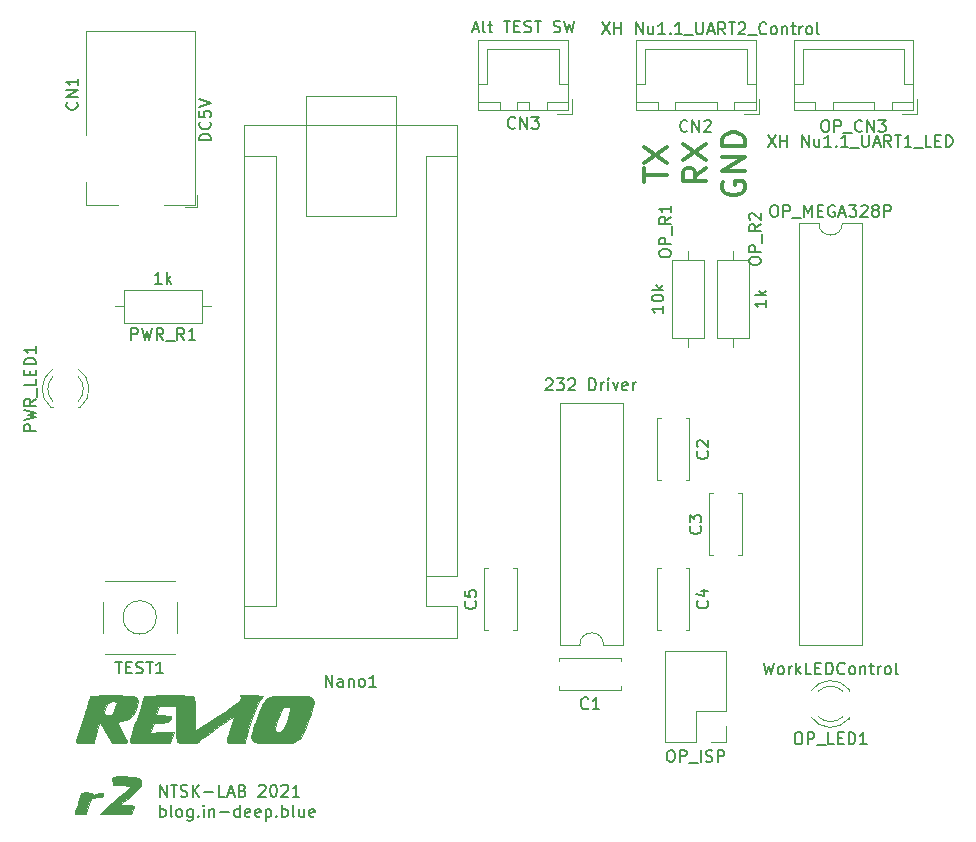
<source format=gto>
%TF.GenerationSoftware,KiCad,Pcbnew,(5.1.9)-1*%
%TF.CreationDate,2021-03-23T20:02:45+09:00*%
%TF.ProjectId,IO,494f2e6b-6963-4616-945f-706362585858,rev?*%
%TF.SameCoordinates,Original*%
%TF.FileFunction,Legend,Top*%
%TF.FilePolarity,Positive*%
%FSLAX46Y46*%
G04 Gerber Fmt 4.6, Leading zero omitted, Abs format (unit mm)*
G04 Created by KiCad (PCBNEW (5.1.9)-1) date 2021-03-23 20:02:45*
%MOMM*%
%LPD*%
G01*
G04 APERTURE LIST*
%ADD10C,0.120000*%
%ADD11C,0.300000*%
%ADD12C,0.200000*%
%ADD13C,0.010000*%
%ADD14C,0.150000*%
G04 APERTURE END LIST*
D10*
X94615000Y-49530000D02*
X94615000Y-50165000D01*
X102235000Y-49530000D02*
X94615000Y-49530000D01*
X102235000Y-59690000D02*
X102235000Y-49530000D01*
X94615000Y-59690000D02*
X102235000Y-59690000D01*
X94615000Y-50165000D02*
X94615000Y-59690000D01*
D11*
X123239761Y-56768809D02*
X123239761Y-55625952D01*
X125239761Y-56197380D02*
X123239761Y-56197380D01*
X123239761Y-55149761D02*
X125239761Y-53816428D01*
X123239761Y-53816428D02*
X125239761Y-55149761D01*
X128539761Y-55578333D02*
X127587380Y-56245000D01*
X128539761Y-56721190D02*
X126539761Y-56721190D01*
X126539761Y-55959285D01*
X126635000Y-55768809D01*
X126730238Y-55673571D01*
X126920714Y-55578333D01*
X127206428Y-55578333D01*
X127396904Y-55673571D01*
X127492142Y-55768809D01*
X127587380Y-55959285D01*
X127587380Y-56721190D01*
X126539761Y-54911666D02*
X128539761Y-53578333D01*
X126539761Y-53578333D02*
X128539761Y-54911666D01*
X129935000Y-56768809D02*
X129839761Y-56959285D01*
X129839761Y-57245000D01*
X129935000Y-57530714D01*
X130125476Y-57721190D01*
X130315952Y-57816428D01*
X130696904Y-57911666D01*
X130982619Y-57911666D01*
X131363571Y-57816428D01*
X131554047Y-57721190D01*
X131744523Y-57530714D01*
X131839761Y-57245000D01*
X131839761Y-57054523D01*
X131744523Y-56768809D01*
X131649285Y-56673571D01*
X130982619Y-56673571D01*
X130982619Y-57054523D01*
X131839761Y-55816428D02*
X129839761Y-55816428D01*
X131839761Y-54673571D01*
X129839761Y-54673571D01*
X131839761Y-53721190D02*
X129839761Y-53721190D01*
X129839761Y-53245000D01*
X129935000Y-52959285D01*
X130125476Y-52768809D01*
X130315952Y-52673571D01*
X130696904Y-52578333D01*
X130982619Y-52578333D01*
X131363571Y-52673571D01*
X131554047Y-52768809D01*
X131744523Y-52959285D01*
X131839761Y-53245000D01*
X131839761Y-53721190D01*
D12*
X82283095Y-108822380D02*
X82283095Y-107822380D01*
X82854523Y-108822380D01*
X82854523Y-107822380D01*
X83187857Y-107822380D02*
X83759285Y-107822380D01*
X83473571Y-108822380D02*
X83473571Y-107822380D01*
X84045000Y-108774761D02*
X84187857Y-108822380D01*
X84425952Y-108822380D01*
X84521190Y-108774761D01*
X84568809Y-108727142D01*
X84616428Y-108631904D01*
X84616428Y-108536666D01*
X84568809Y-108441428D01*
X84521190Y-108393809D01*
X84425952Y-108346190D01*
X84235476Y-108298571D01*
X84140238Y-108250952D01*
X84092619Y-108203333D01*
X84045000Y-108108095D01*
X84045000Y-108012857D01*
X84092619Y-107917619D01*
X84140238Y-107870000D01*
X84235476Y-107822380D01*
X84473571Y-107822380D01*
X84616428Y-107870000D01*
X85045000Y-108822380D02*
X85045000Y-107822380D01*
X85616428Y-108822380D02*
X85187857Y-108250952D01*
X85616428Y-107822380D02*
X85045000Y-108393809D01*
X86045000Y-108441428D02*
X86806904Y-108441428D01*
X87759285Y-108822380D02*
X87283095Y-108822380D01*
X87283095Y-107822380D01*
X88045000Y-108536666D02*
X88521190Y-108536666D01*
X87949761Y-108822380D02*
X88283095Y-107822380D01*
X88616428Y-108822380D01*
X89283095Y-108298571D02*
X89425952Y-108346190D01*
X89473571Y-108393809D01*
X89521190Y-108489047D01*
X89521190Y-108631904D01*
X89473571Y-108727142D01*
X89425952Y-108774761D01*
X89330714Y-108822380D01*
X88949761Y-108822380D01*
X88949761Y-107822380D01*
X89283095Y-107822380D01*
X89378333Y-107870000D01*
X89425952Y-107917619D01*
X89473571Y-108012857D01*
X89473571Y-108108095D01*
X89425952Y-108203333D01*
X89378333Y-108250952D01*
X89283095Y-108298571D01*
X88949761Y-108298571D01*
X90664047Y-107917619D02*
X90711666Y-107870000D01*
X90806904Y-107822380D01*
X91045000Y-107822380D01*
X91140238Y-107870000D01*
X91187857Y-107917619D01*
X91235476Y-108012857D01*
X91235476Y-108108095D01*
X91187857Y-108250952D01*
X90616428Y-108822380D01*
X91235476Y-108822380D01*
X91854523Y-107822380D02*
X91949761Y-107822380D01*
X92045000Y-107870000D01*
X92092619Y-107917619D01*
X92140238Y-108012857D01*
X92187857Y-108203333D01*
X92187857Y-108441428D01*
X92140238Y-108631904D01*
X92092619Y-108727142D01*
X92045000Y-108774761D01*
X91949761Y-108822380D01*
X91854523Y-108822380D01*
X91759285Y-108774761D01*
X91711666Y-108727142D01*
X91664047Y-108631904D01*
X91616428Y-108441428D01*
X91616428Y-108203333D01*
X91664047Y-108012857D01*
X91711666Y-107917619D01*
X91759285Y-107870000D01*
X91854523Y-107822380D01*
X92568809Y-107917619D02*
X92616428Y-107870000D01*
X92711666Y-107822380D01*
X92949761Y-107822380D01*
X93045000Y-107870000D01*
X93092619Y-107917619D01*
X93140238Y-108012857D01*
X93140238Y-108108095D01*
X93092619Y-108250952D01*
X92521190Y-108822380D01*
X93140238Y-108822380D01*
X94092619Y-108822380D02*
X93521190Y-108822380D01*
X93806904Y-108822380D02*
X93806904Y-107822380D01*
X93711666Y-107965238D01*
X93616428Y-108060476D01*
X93521190Y-108108095D01*
X82283095Y-110522380D02*
X82283095Y-109522380D01*
X82283095Y-109903333D02*
X82378333Y-109855714D01*
X82568809Y-109855714D01*
X82664047Y-109903333D01*
X82711666Y-109950952D01*
X82759285Y-110046190D01*
X82759285Y-110331904D01*
X82711666Y-110427142D01*
X82664047Y-110474761D01*
X82568809Y-110522380D01*
X82378333Y-110522380D01*
X82283095Y-110474761D01*
X83330714Y-110522380D02*
X83235476Y-110474761D01*
X83187857Y-110379523D01*
X83187857Y-109522380D01*
X83854523Y-110522380D02*
X83759285Y-110474761D01*
X83711666Y-110427142D01*
X83664047Y-110331904D01*
X83664047Y-110046190D01*
X83711666Y-109950952D01*
X83759285Y-109903333D01*
X83854523Y-109855714D01*
X83997380Y-109855714D01*
X84092619Y-109903333D01*
X84140238Y-109950952D01*
X84187857Y-110046190D01*
X84187857Y-110331904D01*
X84140238Y-110427142D01*
X84092619Y-110474761D01*
X83997380Y-110522380D01*
X83854523Y-110522380D01*
X85045000Y-109855714D02*
X85045000Y-110665238D01*
X84997380Y-110760476D01*
X84949761Y-110808095D01*
X84854523Y-110855714D01*
X84711666Y-110855714D01*
X84616428Y-110808095D01*
X85045000Y-110474761D02*
X84949761Y-110522380D01*
X84759285Y-110522380D01*
X84664047Y-110474761D01*
X84616428Y-110427142D01*
X84568809Y-110331904D01*
X84568809Y-110046190D01*
X84616428Y-109950952D01*
X84664047Y-109903333D01*
X84759285Y-109855714D01*
X84949761Y-109855714D01*
X85045000Y-109903333D01*
X85521190Y-110427142D02*
X85568809Y-110474761D01*
X85521190Y-110522380D01*
X85473571Y-110474761D01*
X85521190Y-110427142D01*
X85521190Y-110522380D01*
X85997380Y-110522380D02*
X85997380Y-109855714D01*
X85997380Y-109522380D02*
X85949761Y-109570000D01*
X85997380Y-109617619D01*
X86045000Y-109570000D01*
X85997380Y-109522380D01*
X85997380Y-109617619D01*
X86473571Y-109855714D02*
X86473571Y-110522380D01*
X86473571Y-109950952D02*
X86521190Y-109903333D01*
X86616428Y-109855714D01*
X86759285Y-109855714D01*
X86854523Y-109903333D01*
X86902142Y-109998571D01*
X86902142Y-110522380D01*
X87378333Y-110141428D02*
X88140238Y-110141428D01*
X89045000Y-110522380D02*
X89045000Y-109522380D01*
X89045000Y-110474761D02*
X88949761Y-110522380D01*
X88759285Y-110522380D01*
X88664047Y-110474761D01*
X88616428Y-110427142D01*
X88568809Y-110331904D01*
X88568809Y-110046190D01*
X88616428Y-109950952D01*
X88664047Y-109903333D01*
X88759285Y-109855714D01*
X88949761Y-109855714D01*
X89045000Y-109903333D01*
X89902142Y-110474761D02*
X89806904Y-110522380D01*
X89616428Y-110522380D01*
X89521190Y-110474761D01*
X89473571Y-110379523D01*
X89473571Y-109998571D01*
X89521190Y-109903333D01*
X89616428Y-109855714D01*
X89806904Y-109855714D01*
X89902142Y-109903333D01*
X89949761Y-109998571D01*
X89949761Y-110093809D01*
X89473571Y-110189047D01*
X90759285Y-110474761D02*
X90664047Y-110522380D01*
X90473571Y-110522380D01*
X90378333Y-110474761D01*
X90330714Y-110379523D01*
X90330714Y-109998571D01*
X90378333Y-109903333D01*
X90473571Y-109855714D01*
X90664047Y-109855714D01*
X90759285Y-109903333D01*
X90806904Y-109998571D01*
X90806904Y-110093809D01*
X90330714Y-110189047D01*
X91235476Y-109855714D02*
X91235476Y-110855714D01*
X91235476Y-109903333D02*
X91330714Y-109855714D01*
X91521190Y-109855714D01*
X91616428Y-109903333D01*
X91664047Y-109950952D01*
X91711666Y-110046190D01*
X91711666Y-110331904D01*
X91664047Y-110427142D01*
X91616428Y-110474761D01*
X91521190Y-110522380D01*
X91330714Y-110522380D01*
X91235476Y-110474761D01*
X92140238Y-110427142D02*
X92187857Y-110474761D01*
X92140238Y-110522380D01*
X92092619Y-110474761D01*
X92140238Y-110427142D01*
X92140238Y-110522380D01*
X92616428Y-110522380D02*
X92616428Y-109522380D01*
X92616428Y-109903333D02*
X92711666Y-109855714D01*
X92902142Y-109855714D01*
X92997380Y-109903333D01*
X93045000Y-109950952D01*
X93092619Y-110046190D01*
X93092619Y-110331904D01*
X93045000Y-110427142D01*
X92997380Y-110474761D01*
X92902142Y-110522380D01*
X92711666Y-110522380D01*
X92616428Y-110474761D01*
X93664047Y-110522380D02*
X93568809Y-110474761D01*
X93521190Y-110379523D01*
X93521190Y-109522380D01*
X94473571Y-109855714D02*
X94473571Y-110522380D01*
X94045000Y-109855714D02*
X94045000Y-110379523D01*
X94092619Y-110474761D01*
X94187857Y-110522380D01*
X94330714Y-110522380D01*
X94425952Y-110474761D01*
X94473571Y-110427142D01*
X95330714Y-110474761D02*
X95235476Y-110522380D01*
X95045000Y-110522380D01*
X94949761Y-110474761D01*
X94902142Y-110379523D01*
X94902142Y-109998571D01*
X94949761Y-109903333D01*
X95045000Y-109855714D01*
X95235476Y-109855714D01*
X95330714Y-109903333D01*
X95378333Y-109998571D01*
X95378333Y-110093809D01*
X94902142Y-110189047D01*
D13*
%TO.C,G\u002A\u002A\u002A*%
G36*
X76383498Y-108466550D02*
G01*
X76554256Y-108497087D01*
X76619544Y-108556942D01*
X76623333Y-108585000D01*
X76642320Y-108689895D01*
X76722490Y-108692115D01*
X76898655Y-108590930D01*
X76917173Y-108578848D01*
X77141999Y-108487785D01*
X77326863Y-108473015D01*
X77472420Y-108517023D01*
X77483489Y-108626794D01*
X77462064Y-108690833D01*
X77392393Y-108807807D01*
X77264431Y-108864582D01*
X77027212Y-108881095D01*
X76975095Y-108881333D01*
X76710634Y-108902008D01*
X76518591Y-108954868D01*
X76470713Y-108988195D01*
X76373809Y-109152921D01*
X76265772Y-109405552D01*
X76164874Y-109691917D01*
X76089387Y-109957847D01*
X76057580Y-110149174D01*
X76062791Y-110197592D01*
X76058029Y-110267447D01*
X75955724Y-110305469D01*
X75725698Y-110319766D01*
X75604676Y-110320667D01*
X75295638Y-110307503D01*
X75134646Y-110265172D01*
X75099333Y-110209872D01*
X75127002Y-110084286D01*
X75200902Y-109843607D01*
X75307374Y-109531130D01*
X75357293Y-109392251D01*
X75468305Y-109063143D01*
X75544688Y-108787256D01*
X75575158Y-108607782D01*
X75571617Y-108571713D01*
X75585860Y-108508123D01*
X75707342Y-108472461D01*
X75962614Y-108458737D01*
X76075657Y-108458000D01*
X76383498Y-108466550D01*
G37*
X76383498Y-108466550D02*
X76554256Y-108497087D01*
X76619544Y-108556942D01*
X76623333Y-108585000D01*
X76642320Y-108689895D01*
X76722490Y-108692115D01*
X76898655Y-108590930D01*
X76917173Y-108578848D01*
X77141999Y-108487785D01*
X77326863Y-108473015D01*
X77472420Y-108517023D01*
X77483489Y-108626794D01*
X77462064Y-108690833D01*
X77392393Y-108807807D01*
X77264431Y-108864582D01*
X77027212Y-108881095D01*
X76975095Y-108881333D01*
X76710634Y-108902008D01*
X76518591Y-108954868D01*
X76470713Y-108988195D01*
X76373809Y-109152921D01*
X76265772Y-109405552D01*
X76164874Y-109691917D01*
X76089387Y-109957847D01*
X76057580Y-110149174D01*
X76062791Y-110197592D01*
X76058029Y-110267447D01*
X75955724Y-110305469D01*
X75725698Y-110319766D01*
X75604676Y-110320667D01*
X75295638Y-110307503D01*
X75134646Y-110265172D01*
X75099333Y-110209872D01*
X75127002Y-110084286D01*
X75200902Y-109843607D01*
X75307374Y-109531130D01*
X75357293Y-109392251D01*
X75468305Y-109063143D01*
X75544688Y-108787256D01*
X75575158Y-108607782D01*
X75571617Y-108571713D01*
X75585860Y-108508123D01*
X75707342Y-108472461D01*
X75962614Y-108458737D01*
X76075657Y-108458000D01*
X76383498Y-108466550D01*
G36*
X79269167Y-107104581D02*
G01*
X79809109Y-107113148D01*
X80201376Y-107142149D01*
X80467107Y-107198774D01*
X80627443Y-107290213D01*
X80703522Y-107423656D01*
X80716955Y-107597028D01*
X80644802Y-107881949D01*
X80447411Y-108189646D01*
X80114539Y-108532240D01*
X79635943Y-108921851D01*
X79532374Y-108998758D01*
X78827048Y-109516333D01*
X79468496Y-109541199D01*
X79793373Y-109558016D01*
X79979495Y-109583034D01*
X80057441Y-109625137D01*
X80057788Y-109693208D01*
X80051312Y-109710532D01*
X79978484Y-109898567D01*
X79908391Y-110087833D01*
X79824101Y-110320667D01*
X78520051Y-110320667D01*
X78057851Y-110315885D01*
X77671962Y-110302600D01*
X77389036Y-110282400D01*
X77235728Y-110256874D01*
X77216000Y-110242931D01*
X77278395Y-110167375D01*
X77452205Y-110002898D01*
X77717367Y-109767289D01*
X78053819Y-109478338D01*
X78441499Y-109153836D01*
X78481122Y-109121097D01*
X78873492Y-108792241D01*
X79216838Y-108494854D01*
X79490933Y-108247252D01*
X79675548Y-108067751D01*
X79750453Y-107974667D01*
X79751122Y-107971167D01*
X79698823Y-107914997D01*
X79522958Y-107881031D01*
X79204511Y-107866411D01*
X79046917Y-107865333D01*
X78337833Y-107865333D01*
X78284917Y-107600750D01*
X78245619Y-107396272D01*
X78240867Y-107257212D01*
X78295544Y-107171026D01*
X78434539Y-107125167D01*
X78682736Y-107107090D01*
X79065023Y-107104251D01*
X79269167Y-107104581D01*
G37*
X79269167Y-107104581D02*
X79809109Y-107113148D01*
X80201376Y-107142149D01*
X80467107Y-107198774D01*
X80627443Y-107290213D01*
X80703522Y-107423656D01*
X80716955Y-107597028D01*
X80644802Y-107881949D01*
X80447411Y-108189646D01*
X80114539Y-108532240D01*
X79635943Y-108921851D01*
X79532374Y-108998758D01*
X78827048Y-109516333D01*
X79468496Y-109541199D01*
X79793373Y-109558016D01*
X79979495Y-109583034D01*
X80057441Y-109625137D01*
X80057788Y-109693208D01*
X80051312Y-109710532D01*
X79978484Y-109898567D01*
X79908391Y-110087833D01*
X79824101Y-110320667D01*
X78520051Y-110320667D01*
X78057851Y-110315885D01*
X77671962Y-110302600D01*
X77389036Y-110282400D01*
X77235728Y-110256874D01*
X77216000Y-110242931D01*
X77278395Y-110167375D01*
X77452205Y-110002898D01*
X77717367Y-109767289D01*
X78053819Y-109478338D01*
X78441499Y-109153836D01*
X78481122Y-109121097D01*
X78873492Y-108792241D01*
X79216838Y-108494854D01*
X79490933Y-108247252D01*
X79675548Y-108067751D01*
X79750453Y-107974667D01*
X79751122Y-107971167D01*
X79698823Y-107914997D01*
X79522958Y-107881031D01*
X79204511Y-107866411D01*
X79046917Y-107865333D01*
X78337833Y-107865333D01*
X78284917Y-107600750D01*
X78245619Y-107396272D01*
X78240867Y-107257212D01*
X78295544Y-107171026D01*
X78434539Y-107125167D01*
X78682736Y-107107090D01*
X79065023Y-107104251D01*
X79269167Y-107104581D01*
G36*
X78134093Y-100246581D02*
G01*
X78811395Y-100249044D01*
X79338113Y-100258474D01*
X79732979Y-100279487D01*
X80014728Y-100316699D01*
X80202091Y-100374723D01*
X80313801Y-100458175D01*
X80368592Y-100571670D01*
X80385197Y-100719823D01*
X80385165Y-100801142D01*
X80345413Y-101065800D01*
X80249150Y-101393352D01*
X80159773Y-101616379D01*
X79950675Y-101979771D01*
X79694344Y-102216889D01*
X79347082Y-102359030D01*
X79042473Y-102416619D01*
X78664696Y-102468400D01*
X79083348Y-103302661D01*
X79252845Y-103647850D01*
X79389409Y-103940098D01*
X79477296Y-104144795D01*
X79502000Y-104223128D01*
X79422456Y-104267139D01*
X79203711Y-104297151D01*
X78875597Y-104309255D01*
X78843969Y-104309333D01*
X78185938Y-104309333D01*
X77741788Y-103416272D01*
X77562955Y-103072616D01*
X77405071Y-102798513D01*
X77285322Y-102621884D01*
X77221146Y-102570486D01*
X77154792Y-102674019D01*
X77060521Y-102895563D01*
X76953434Y-103189352D01*
X76848632Y-103509618D01*
X76761213Y-103810595D01*
X76706279Y-104046516D01*
X76696320Y-104161167D01*
X76689828Y-104231516D01*
X76624291Y-104275453D01*
X76469294Y-104299005D01*
X76194422Y-104308199D01*
X75948665Y-104309333D01*
X75531861Y-104299904D01*
X75269596Y-104270415D01*
X75148058Y-104219061D01*
X75138378Y-104203500D01*
X75154264Y-104096156D01*
X75221129Y-103854269D01*
X75331247Y-103502127D01*
X75476892Y-103064018D01*
X75650341Y-102564231D01*
X75737565Y-102319667D01*
X75921737Y-101796583D01*
X75975721Y-101636066D01*
X77572917Y-101636066D01*
X77581191Y-101801000D01*
X77697557Y-101898918D01*
X77901813Y-101937649D01*
X78120533Y-101909498D01*
X78213434Y-101867266D01*
X78301673Y-101754300D01*
X78414558Y-101535869D01*
X78493297Y-101347295D01*
X78586354Y-101076881D01*
X78610127Y-100919749D01*
X78569181Y-100836799D01*
X78554196Y-100826029D01*
X78321541Y-100757802D01*
X78063760Y-100788095D01*
X77874534Y-100901500D01*
X77739541Y-101113258D01*
X77631611Y-101380774D01*
X77572917Y-101636066D01*
X75975721Y-101636066D01*
X76081692Y-101320976D01*
X76209624Y-100917862D01*
X76297723Y-100612254D01*
X76338183Y-100429166D01*
X76338790Y-100393500D01*
X76336578Y-100344800D01*
X76372035Y-100308107D01*
X76465481Y-100281757D01*
X76637237Y-100264087D01*
X76907625Y-100253435D01*
X77296966Y-100248137D01*
X77825580Y-100246530D01*
X78134093Y-100246581D01*
G37*
X78134093Y-100246581D02*
X78811395Y-100249044D01*
X79338113Y-100258474D01*
X79732979Y-100279487D01*
X80014728Y-100316699D01*
X80202091Y-100374723D01*
X80313801Y-100458175D01*
X80368592Y-100571670D01*
X80385197Y-100719823D01*
X80385165Y-100801142D01*
X80345413Y-101065800D01*
X80249150Y-101393352D01*
X80159773Y-101616379D01*
X79950675Y-101979771D01*
X79694344Y-102216889D01*
X79347082Y-102359030D01*
X79042473Y-102416619D01*
X78664696Y-102468400D01*
X79083348Y-103302661D01*
X79252845Y-103647850D01*
X79389409Y-103940098D01*
X79477296Y-104144795D01*
X79502000Y-104223128D01*
X79422456Y-104267139D01*
X79203711Y-104297151D01*
X78875597Y-104309255D01*
X78843969Y-104309333D01*
X78185938Y-104309333D01*
X77741788Y-103416272D01*
X77562955Y-103072616D01*
X77405071Y-102798513D01*
X77285322Y-102621884D01*
X77221146Y-102570486D01*
X77154792Y-102674019D01*
X77060521Y-102895563D01*
X76953434Y-103189352D01*
X76848632Y-103509618D01*
X76761213Y-103810595D01*
X76706279Y-104046516D01*
X76696320Y-104161167D01*
X76689828Y-104231516D01*
X76624291Y-104275453D01*
X76469294Y-104299005D01*
X76194422Y-104308199D01*
X75948665Y-104309333D01*
X75531861Y-104299904D01*
X75269596Y-104270415D01*
X75148058Y-104219061D01*
X75138378Y-104203500D01*
X75154264Y-104096156D01*
X75221129Y-103854269D01*
X75331247Y-103502127D01*
X75476892Y-103064018D01*
X75650341Y-102564231D01*
X75737565Y-102319667D01*
X75921737Y-101796583D01*
X75975721Y-101636066D01*
X77572917Y-101636066D01*
X77581191Y-101801000D01*
X77697557Y-101898918D01*
X77901813Y-101937649D01*
X78120533Y-101909498D01*
X78213434Y-101867266D01*
X78301673Y-101754300D01*
X78414558Y-101535869D01*
X78493297Y-101347295D01*
X78586354Y-101076881D01*
X78610127Y-100919749D01*
X78569181Y-100836799D01*
X78554196Y-100826029D01*
X78321541Y-100757802D01*
X78063760Y-100788095D01*
X77874534Y-100901500D01*
X77739541Y-101113258D01*
X77631611Y-101380774D01*
X77572917Y-101636066D01*
X75975721Y-101636066D01*
X76081692Y-101320976D01*
X76209624Y-100917862D01*
X76297723Y-100612254D01*
X76338183Y-100429166D01*
X76338790Y-100393500D01*
X76336578Y-100344800D01*
X76372035Y-100308107D01*
X76465481Y-100281757D01*
X76637237Y-100264087D01*
X76907625Y-100253435D01*
X77296966Y-100248137D01*
X77825580Y-100246530D01*
X78134093Y-100246581D01*
G36*
X90440366Y-100249170D02*
G01*
X90748543Y-100259587D01*
X90951626Y-100274949D01*
X91016667Y-100291728D01*
X90960558Y-100374789D01*
X90824299Y-100513602D01*
X90812377Y-100524561D01*
X90724525Y-100658715D01*
X90596794Y-100923680D01*
X90440472Y-101288850D01*
X90266845Y-101723617D01*
X90087199Y-102197375D01*
X89912821Y-102679517D01*
X89754998Y-103139435D01*
X89625016Y-103546523D01*
X89534161Y-103870174D01*
X89493721Y-104079781D01*
X89492667Y-104103367D01*
X89485979Y-104200742D01*
X89444238Y-104261265D01*
X89334922Y-104293697D01*
X89125511Y-104306797D01*
X88783484Y-104309324D01*
X88728009Y-104309333D01*
X88313818Y-104299909D01*
X88053951Y-104270406D01*
X87934384Y-104218973D01*
X87925128Y-104203500D01*
X87938087Y-104087493D01*
X88001022Y-103846952D01*
X88104019Y-103515729D01*
X88237161Y-103127679D01*
X88253694Y-103081667D01*
X88390008Y-102697749D01*
X88499941Y-102375927D01*
X88573287Y-102147014D01*
X88599837Y-102041824D01*
X88599218Y-102038698D01*
X88520314Y-102067332D01*
X88328997Y-102179008D01*
X88049579Y-102356868D01*
X87706369Y-102584049D01*
X87323679Y-102843693D01*
X86925819Y-103118938D01*
X86537100Y-103392925D01*
X86181832Y-103648794D01*
X85884326Y-103869683D01*
X85668892Y-104038733D01*
X85559841Y-104139083D01*
X85551796Y-104152194D01*
X85510984Y-104224754D01*
X85422609Y-104271013D01*
X85254335Y-104296694D01*
X84973826Y-104307520D01*
X84663940Y-104309333D01*
X84274052Y-104305827D01*
X84019372Y-104291293D01*
X83865846Y-104259706D01*
X83779422Y-104205042D01*
X83738312Y-104145566D01*
X83707019Y-104003138D01*
X83681147Y-103719969D01*
X83662293Y-103324607D01*
X83652056Y-102845602D01*
X83650667Y-102579233D01*
X83650667Y-101176667D01*
X82227251Y-101176667D01*
X81967611Y-101938667D01*
X82597472Y-101938667D01*
X82899617Y-101948621D01*
X83122614Y-101974937D01*
X83224929Y-102012295D01*
X83227333Y-102019349D01*
X83194867Y-102150778D01*
X83130600Y-102312338D01*
X83067246Y-102421428D01*
X82972711Y-102487532D01*
X82805766Y-102523874D01*
X82525186Y-102543673D01*
X82392152Y-102549156D01*
X81750437Y-102573667D01*
X81598739Y-102982950D01*
X81447040Y-103392234D01*
X82451623Y-103363950D01*
X83456205Y-103335667D01*
X83127121Y-104309333D01*
X81446557Y-104309333D01*
X80886846Y-104305358D01*
X80412601Y-104294096D01*
X80045064Y-104276544D01*
X79805476Y-104253700D01*
X79715789Y-104228101D01*
X79728373Y-104128219D01*
X79791127Y-103892617D01*
X79896747Y-103544856D01*
X80037926Y-103108494D01*
X80207361Y-102607094D01*
X80309165Y-102314364D01*
X80491504Y-101784780D01*
X80649825Y-101304838D01*
X80776714Y-100898705D01*
X80864762Y-100590551D01*
X80906556Y-100404544D01*
X80907363Y-100363597D01*
X80916010Y-100326463D01*
X80985691Y-100297757D01*
X81134023Y-100276472D01*
X81378627Y-100261598D01*
X81737121Y-100252127D01*
X82227125Y-100247050D01*
X82866259Y-100245357D01*
X82973012Y-100245333D01*
X83626007Y-100245971D01*
X84130037Y-100248896D01*
X84505464Y-100255626D01*
X84772655Y-100267676D01*
X84951973Y-100286565D01*
X85063784Y-100313808D01*
X85128453Y-100350922D01*
X85166344Y-100399426D01*
X85171688Y-100409100D01*
X85203151Y-100551590D01*
X85229186Y-100833649D01*
X85248087Y-101225553D01*
X85258145Y-101697581D01*
X85259333Y-101935048D01*
X85259333Y-103297229D01*
X87185500Y-102004114D01*
X87760389Y-101616822D01*
X88209059Y-101310325D01*
X88546827Y-101072468D01*
X88789015Y-100891092D01*
X88950940Y-100754041D01*
X89047923Y-100649157D01*
X89095282Y-100564282D01*
X89108337Y-100487260D01*
X89108329Y-100478167D01*
X89104991Y-100245333D01*
X90060829Y-100245333D01*
X90440366Y-100249170D01*
G37*
X90440366Y-100249170D02*
X90748543Y-100259587D01*
X90951626Y-100274949D01*
X91016667Y-100291728D01*
X90960558Y-100374789D01*
X90824299Y-100513602D01*
X90812377Y-100524561D01*
X90724525Y-100658715D01*
X90596794Y-100923680D01*
X90440472Y-101288850D01*
X90266845Y-101723617D01*
X90087199Y-102197375D01*
X89912821Y-102679517D01*
X89754998Y-103139435D01*
X89625016Y-103546523D01*
X89534161Y-103870174D01*
X89493721Y-104079781D01*
X89492667Y-104103367D01*
X89485979Y-104200742D01*
X89444238Y-104261265D01*
X89334922Y-104293697D01*
X89125511Y-104306797D01*
X88783484Y-104309324D01*
X88728009Y-104309333D01*
X88313818Y-104299909D01*
X88053951Y-104270406D01*
X87934384Y-104218973D01*
X87925128Y-104203500D01*
X87938087Y-104087493D01*
X88001022Y-103846952D01*
X88104019Y-103515729D01*
X88237161Y-103127679D01*
X88253694Y-103081667D01*
X88390008Y-102697749D01*
X88499941Y-102375927D01*
X88573287Y-102147014D01*
X88599837Y-102041824D01*
X88599218Y-102038698D01*
X88520314Y-102067332D01*
X88328997Y-102179008D01*
X88049579Y-102356868D01*
X87706369Y-102584049D01*
X87323679Y-102843693D01*
X86925819Y-103118938D01*
X86537100Y-103392925D01*
X86181832Y-103648794D01*
X85884326Y-103869683D01*
X85668892Y-104038733D01*
X85559841Y-104139083D01*
X85551796Y-104152194D01*
X85510984Y-104224754D01*
X85422609Y-104271013D01*
X85254335Y-104296694D01*
X84973826Y-104307520D01*
X84663940Y-104309333D01*
X84274052Y-104305827D01*
X84019372Y-104291293D01*
X83865846Y-104259706D01*
X83779422Y-104205042D01*
X83738312Y-104145566D01*
X83707019Y-104003138D01*
X83681147Y-103719969D01*
X83662293Y-103324607D01*
X83652056Y-102845602D01*
X83650667Y-102579233D01*
X83650667Y-101176667D01*
X82227251Y-101176667D01*
X81967611Y-101938667D01*
X82597472Y-101938667D01*
X82899617Y-101948621D01*
X83122614Y-101974937D01*
X83224929Y-102012295D01*
X83227333Y-102019349D01*
X83194867Y-102150778D01*
X83130600Y-102312338D01*
X83067246Y-102421428D01*
X82972711Y-102487532D01*
X82805766Y-102523874D01*
X82525186Y-102543673D01*
X82392152Y-102549156D01*
X81750437Y-102573667D01*
X81598739Y-102982950D01*
X81447040Y-103392234D01*
X82451623Y-103363950D01*
X83456205Y-103335667D01*
X83127121Y-104309333D01*
X81446557Y-104309333D01*
X80886846Y-104305358D01*
X80412601Y-104294096D01*
X80045064Y-104276544D01*
X79805476Y-104253700D01*
X79715789Y-104228101D01*
X79728373Y-104128219D01*
X79791127Y-103892617D01*
X79896747Y-103544856D01*
X80037926Y-103108494D01*
X80207361Y-102607094D01*
X80309165Y-102314364D01*
X80491504Y-101784780D01*
X80649825Y-101304838D01*
X80776714Y-100898705D01*
X80864762Y-100590551D01*
X80906556Y-100404544D01*
X80907363Y-100363597D01*
X80916010Y-100326463D01*
X80985691Y-100297757D01*
X81134023Y-100276472D01*
X81378627Y-100261598D01*
X81737121Y-100252127D01*
X82227125Y-100247050D01*
X82866259Y-100245357D01*
X82973012Y-100245333D01*
X83626007Y-100245971D01*
X84130037Y-100248896D01*
X84505464Y-100255626D01*
X84772655Y-100267676D01*
X84951973Y-100286565D01*
X85063784Y-100313808D01*
X85128453Y-100350922D01*
X85166344Y-100399426D01*
X85171688Y-100409100D01*
X85203151Y-100551590D01*
X85229186Y-100833649D01*
X85248087Y-101225553D01*
X85258145Y-101697581D01*
X85259333Y-101935048D01*
X85259333Y-103297229D01*
X87185500Y-102004114D01*
X87760389Y-101616822D01*
X88209059Y-101310325D01*
X88546827Y-101072468D01*
X88789015Y-100891092D01*
X88950940Y-100754041D01*
X89047923Y-100649157D01*
X89095282Y-100564282D01*
X89108337Y-100487260D01*
X89108329Y-100478167D01*
X89104991Y-100245333D01*
X90060829Y-100245333D01*
X90440366Y-100249170D01*
G36*
X93937986Y-100288147D02*
G01*
X94357509Y-100291468D01*
X94656733Y-100300447D01*
X94860177Y-100317904D01*
X94992358Y-100346658D01*
X95077793Y-100389526D01*
X95141000Y-100449329D01*
X95179035Y-100495230D01*
X95254199Y-100603895D01*
X95296194Y-100723102D01*
X95300555Y-100877068D01*
X95262819Y-101090008D01*
X95178520Y-101386141D01*
X95043194Y-101789682D01*
X94852377Y-102324849D01*
X94830680Y-102384855D01*
X94634135Y-102918731D01*
X94475836Y-103317137D01*
X94340607Y-103605292D01*
X94213272Y-103808410D01*
X94078656Y-103951710D01*
X93921583Y-104060408D01*
X93776922Y-104135842D01*
X93629507Y-104199618D01*
X93471650Y-104245473D01*
X93273541Y-104276133D01*
X93005370Y-104294324D01*
X92637328Y-104302772D01*
X92139604Y-104304203D01*
X91942435Y-104303603D01*
X91381202Y-104296008D01*
X90908649Y-104278785D01*
X90548242Y-104253320D01*
X90323446Y-104220997D01*
X90273993Y-104205177D01*
X90133128Y-104111146D01*
X90051143Y-103977776D01*
X90029393Y-103782576D01*
X90069234Y-103503056D01*
X90167662Y-103133104D01*
X91989419Y-103133104D01*
X92019071Y-103232487D01*
X92032656Y-103250987D01*
X92218579Y-103368053D01*
X92461508Y-103330869D01*
X92544292Y-103291393D01*
X92716565Y-103145713D01*
X92800573Y-103028297D01*
X92905835Y-102797744D01*
X93022740Y-102489796D01*
X93137881Y-102147649D01*
X93237850Y-101814500D01*
X93309240Y-101533546D01*
X93338644Y-101347984D01*
X93334710Y-101307381D01*
X93215710Y-101199898D01*
X93017528Y-101183749D01*
X92800066Y-101253677D01*
X92653272Y-101367167D01*
X92550772Y-101529144D01*
X92417697Y-101805496D01*
X92275578Y-102149478D01*
X92204802Y-102340820D01*
X92076278Y-102719033D01*
X92006486Y-102972540D01*
X91989419Y-103133104D01*
X90167662Y-103133104D01*
X90172021Y-103116724D01*
X90339109Y-102601091D01*
X90377428Y-102489000D01*
X90582052Y-101903825D01*
X90748765Y-101456862D01*
X90889777Y-101124574D01*
X91017298Y-100883427D01*
X91143538Y-100709886D01*
X91280706Y-100580417D01*
X91416201Y-100486699D01*
X91534453Y-100417826D01*
X91653621Y-100366985D01*
X91800553Y-100331446D01*
X92002096Y-100308479D01*
X92285098Y-100295353D01*
X92676406Y-100289340D01*
X93202866Y-100287710D01*
X93373647Y-100287667D01*
X93937986Y-100288147D01*
G37*
X93937986Y-100288147D02*
X94357509Y-100291468D01*
X94656733Y-100300447D01*
X94860177Y-100317904D01*
X94992358Y-100346658D01*
X95077793Y-100389526D01*
X95141000Y-100449329D01*
X95179035Y-100495230D01*
X95254199Y-100603895D01*
X95296194Y-100723102D01*
X95300555Y-100877068D01*
X95262819Y-101090008D01*
X95178520Y-101386141D01*
X95043194Y-101789682D01*
X94852377Y-102324849D01*
X94830680Y-102384855D01*
X94634135Y-102918731D01*
X94475836Y-103317137D01*
X94340607Y-103605292D01*
X94213272Y-103808410D01*
X94078656Y-103951710D01*
X93921583Y-104060408D01*
X93776922Y-104135842D01*
X93629507Y-104199618D01*
X93471650Y-104245473D01*
X93273541Y-104276133D01*
X93005370Y-104294324D01*
X92637328Y-104302772D01*
X92139604Y-104304203D01*
X91942435Y-104303603D01*
X91381202Y-104296008D01*
X90908649Y-104278785D01*
X90548242Y-104253320D01*
X90323446Y-104220997D01*
X90273993Y-104205177D01*
X90133128Y-104111146D01*
X90051143Y-103977776D01*
X90029393Y-103782576D01*
X90069234Y-103503056D01*
X90167662Y-103133104D01*
X91989419Y-103133104D01*
X92019071Y-103232487D01*
X92032656Y-103250987D01*
X92218579Y-103368053D01*
X92461508Y-103330869D01*
X92544292Y-103291393D01*
X92716565Y-103145713D01*
X92800573Y-103028297D01*
X92905835Y-102797744D01*
X93022740Y-102489796D01*
X93137881Y-102147649D01*
X93237850Y-101814500D01*
X93309240Y-101533546D01*
X93338644Y-101347984D01*
X93334710Y-101307381D01*
X93215710Y-101199898D01*
X93017528Y-101183749D01*
X92800066Y-101253677D01*
X92653272Y-101367167D01*
X92550772Y-101529144D01*
X92417697Y-101805496D01*
X92275578Y-102149478D01*
X92204802Y-102340820D01*
X92076278Y-102719033D01*
X92006486Y-102972540D01*
X91989419Y-103133104D01*
X90167662Y-103133104D01*
X90172021Y-103116724D01*
X90339109Y-102601091D01*
X90377428Y-102489000D01*
X90582052Y-101903825D01*
X90748765Y-101456862D01*
X90889777Y-101124574D01*
X91017298Y-100883427D01*
X91143538Y-100709886D01*
X91280706Y-100580417D01*
X91416201Y-100486699D01*
X91534453Y-100417826D01*
X91653621Y-100366985D01*
X91800553Y-100331446D01*
X92002096Y-100308479D01*
X92285098Y-100295353D01*
X92676406Y-100289340D01*
X93202866Y-100287710D01*
X93373647Y-100287667D01*
X93937986Y-100288147D01*
D10*
%TO.C,C5*%
X112180000Y-89495000D02*
X112495000Y-89495000D01*
X109755000Y-89495000D02*
X110070000Y-89495000D01*
X112180000Y-94735000D02*
X112495000Y-94735000D01*
X109755000Y-94735000D02*
X110070000Y-94735000D01*
X112495000Y-94735000D02*
X112495000Y-89495000D01*
X109755000Y-94735000D02*
X109755000Y-89495000D01*
%TO.C,OP_ISP*%
X130235000Y-104200000D02*
X128905000Y-104200000D01*
X130235000Y-102870000D02*
X130235000Y-104200000D01*
X127635000Y-104200000D02*
X125035000Y-104200000D01*
X127635000Y-101600000D02*
X127635000Y-104200000D01*
X130235000Y-101600000D02*
X127635000Y-101600000D01*
X125035000Y-104200000D02*
X125035000Y-96460000D01*
X130235000Y-101600000D02*
X130235000Y-96460000D01*
X130235000Y-96460000D02*
X125035000Y-96460000D01*
%TO.C,PWR_R1*%
X78510000Y-67310000D02*
X79280000Y-67310000D01*
X86590000Y-67310000D02*
X85820000Y-67310000D01*
X79280000Y-68680000D02*
X85820000Y-68680000D01*
X79280000Y-65940000D02*
X79280000Y-68680000D01*
X85820000Y-65940000D02*
X79280000Y-65940000D01*
X85820000Y-68680000D02*
X85820000Y-65940000D01*
%TO.C,PWR_LED1*%
X75375000Y-75855000D02*
X75531000Y-75855000D01*
X73059000Y-75855000D02*
X73215000Y-75855000D01*
X75374837Y-73253870D02*
G75*
G02*
X75375000Y-75335961I-1079837J-1041130D01*
G01*
X73215163Y-73253870D02*
G75*
G03*
X73215000Y-75335961I1079837J-1041130D01*
G01*
X75373608Y-72622665D02*
G75*
G02*
X75530516Y-75855000I-1078608J-1672335D01*
G01*
X73216392Y-72622665D02*
G75*
G03*
X73059484Y-75855000I1078608J-1672335D01*
G01*
%TO.C,OP_MEGA328P*%
X141715000Y-60265000D02*
X140065000Y-60265000D01*
X141715000Y-95945000D02*
X141715000Y-60265000D01*
X136415000Y-95945000D02*
X141715000Y-95945000D01*
X136415000Y-60265000D02*
X136415000Y-95945000D01*
X138065000Y-60265000D02*
X136415000Y-60265000D01*
X140065000Y-60265000D02*
G75*
G02*
X138065000Y-60265000I-1000000J0D01*
G01*
%TO.C,OP_R2*%
X130810000Y-62635000D02*
X130810000Y-63405000D01*
X130810000Y-70715000D02*
X130810000Y-69945000D01*
X129440000Y-63405000D02*
X129440000Y-69945000D01*
X132180000Y-63405000D02*
X129440000Y-63405000D01*
X132180000Y-69945000D02*
X132180000Y-63405000D01*
X129440000Y-69945000D02*
X132180000Y-69945000D01*
%TO.C,OP_R1*%
X127000000Y-62635000D02*
X127000000Y-63405000D01*
X127000000Y-70715000D02*
X127000000Y-69945000D01*
X125630000Y-63405000D02*
X125630000Y-69945000D01*
X128370000Y-63405000D02*
X125630000Y-63405000D01*
X128370000Y-69945000D02*
X128370000Y-63405000D01*
X125630000Y-69945000D02*
X128370000Y-69945000D01*
%TO.C,OP_LED1*%
X140625000Y-99885000D02*
X140625000Y-99729000D01*
X140625000Y-102201000D02*
X140625000Y-102045000D01*
X138023870Y-99885163D02*
G75*
G02*
X140105961Y-99885000I1041130J-1079837D01*
G01*
X138023870Y-102044837D02*
G75*
G03*
X140105961Y-102045000I1041130J1079837D01*
G01*
X137392665Y-99886392D02*
G75*
G02*
X140625000Y-99729484I1672335J-1078608D01*
G01*
X137392665Y-102043608D02*
G75*
G03*
X140625000Y-102200516I1672335J1078608D01*
G01*
%TO.C,OP_CN3*%
X146360000Y-51010000D02*
X146360000Y-49760000D01*
X145110000Y-51010000D02*
X146360000Y-51010000D01*
X136710000Y-45510000D02*
X141010000Y-45510000D01*
X136710000Y-48460000D02*
X136710000Y-45510000D01*
X135960000Y-48460000D02*
X136710000Y-48460000D01*
X145310000Y-45510000D02*
X141010000Y-45510000D01*
X145310000Y-48460000D02*
X145310000Y-45510000D01*
X146060000Y-48460000D02*
X145310000Y-48460000D01*
X135960000Y-50710000D02*
X137760000Y-50710000D01*
X135960000Y-49960000D02*
X135960000Y-50710000D01*
X137760000Y-49960000D02*
X135960000Y-49960000D01*
X137760000Y-50710000D02*
X137760000Y-49960000D01*
X144260000Y-50710000D02*
X146060000Y-50710000D01*
X144260000Y-49960000D02*
X144260000Y-50710000D01*
X146060000Y-49960000D02*
X144260000Y-49960000D01*
X146060000Y-50710000D02*
X146060000Y-49960000D01*
X139260000Y-50710000D02*
X142760000Y-50710000D01*
X139260000Y-49960000D02*
X139260000Y-50710000D01*
X142760000Y-49960000D02*
X139260000Y-49960000D01*
X142760000Y-50710000D02*
X142760000Y-49960000D01*
X135950000Y-50720000D02*
X146070000Y-50720000D01*
X135950000Y-44750000D02*
X135950000Y-50720000D01*
X146070000Y-44750000D02*
X135950000Y-44750000D01*
X146070000Y-50720000D02*
X146070000Y-44750000D01*
%TO.C,C4*%
X126785000Y-89495000D02*
X127100000Y-89495000D01*
X124360000Y-89495000D02*
X124675000Y-89495000D01*
X126785000Y-94735000D02*
X127100000Y-94735000D01*
X124360000Y-94735000D02*
X124675000Y-94735000D01*
X127100000Y-94735000D02*
X127100000Y-89495000D01*
X124360000Y-94735000D02*
X124360000Y-89495000D01*
%TO.C,C3*%
X131230000Y-83145000D02*
X131545000Y-83145000D01*
X128805000Y-83145000D02*
X129120000Y-83145000D01*
X131230000Y-88385000D02*
X131545000Y-88385000D01*
X128805000Y-88385000D02*
X129120000Y-88385000D01*
X131545000Y-88385000D02*
X131545000Y-83145000D01*
X128805000Y-88385000D02*
X128805000Y-83145000D01*
%TO.C,C2*%
X126785000Y-76795000D02*
X127100000Y-76795000D01*
X124360000Y-76795000D02*
X124675000Y-76795000D01*
X126785000Y-82035000D02*
X127100000Y-82035000D01*
X124360000Y-82035000D02*
X124675000Y-82035000D01*
X127100000Y-82035000D02*
X127100000Y-76795000D01*
X124360000Y-82035000D02*
X124360000Y-76795000D01*
%TO.C,C1*%
X121325000Y-99480000D02*
X121325000Y-99795000D01*
X121325000Y-97055000D02*
X121325000Y-97370000D01*
X116085000Y-99480000D02*
X116085000Y-99795000D01*
X116085000Y-97055000D02*
X116085000Y-97370000D01*
X116085000Y-99795000D02*
X121325000Y-99795000D01*
X116085000Y-97055000D02*
X121325000Y-97055000D01*
%TO.C,CN3*%
X117150000Y-51010000D02*
X117150000Y-49760000D01*
X115900000Y-51010000D02*
X117150000Y-51010000D01*
X110000000Y-45510000D02*
X113050000Y-45510000D01*
X110000000Y-48460000D02*
X110000000Y-45510000D01*
X109250000Y-48460000D02*
X110000000Y-48460000D01*
X116100000Y-45510000D02*
X113050000Y-45510000D01*
X116100000Y-48460000D02*
X116100000Y-45510000D01*
X116850000Y-48460000D02*
X116100000Y-48460000D01*
X109250000Y-50710000D02*
X111050000Y-50710000D01*
X109250000Y-49960000D02*
X109250000Y-50710000D01*
X111050000Y-49960000D02*
X109250000Y-49960000D01*
X111050000Y-50710000D02*
X111050000Y-49960000D01*
X115050000Y-50710000D02*
X116850000Y-50710000D01*
X115050000Y-49960000D02*
X115050000Y-50710000D01*
X116850000Y-49960000D02*
X115050000Y-49960000D01*
X116850000Y-50710000D02*
X116850000Y-49960000D01*
X112550000Y-50710000D02*
X113550000Y-50710000D01*
X112550000Y-49960000D02*
X112550000Y-50710000D01*
X113550000Y-49960000D02*
X112550000Y-49960000D01*
X113550000Y-50710000D02*
X113550000Y-49960000D01*
X109240000Y-50720000D02*
X116860000Y-50720000D01*
X109240000Y-44750000D02*
X109240000Y-50720000D01*
X116860000Y-44750000D02*
X109240000Y-44750000D01*
X116860000Y-50720000D02*
X116860000Y-44750000D01*
%TO.C,Nano1*%
X104775000Y-90170000D02*
X104775000Y-92710000D01*
X104775000Y-92710000D02*
X107445000Y-92710000D01*
X107445000Y-90170000D02*
X107445000Y-51940000D01*
X107445000Y-95380000D02*
X107445000Y-92710000D01*
X92075000Y-92710000D02*
X89405000Y-92710000D01*
X92075000Y-92710000D02*
X92075000Y-54610000D01*
X92075000Y-54610000D02*
X89405000Y-54610000D01*
X104775000Y-90170000D02*
X107445000Y-90170000D01*
X104775000Y-90170000D02*
X104775000Y-54610000D01*
X104775000Y-54610000D02*
X107445000Y-54610000D01*
X107445000Y-51940000D02*
X89405000Y-51940000D01*
X89405000Y-51940000D02*
X89405000Y-95380000D01*
X89405000Y-95380000D02*
X107445000Y-95380000D01*
%TO.C,CN1*%
X84395000Y-58885000D02*
X85445000Y-58885000D01*
X85445000Y-57835000D02*
X85445000Y-58885000D01*
X76045000Y-52785000D02*
X76045000Y-43985000D01*
X76045000Y-43985000D02*
X85245000Y-43985000D01*
X78745000Y-58685000D02*
X76045000Y-58685000D01*
X76045000Y-58685000D02*
X76045000Y-56785000D01*
X85245000Y-43985000D02*
X85245000Y-58685000D01*
X85245000Y-58685000D02*
X82645000Y-58685000D01*
%TO.C,CN2*%
X132735000Y-50720000D02*
X132735000Y-44750000D01*
X132735000Y-44750000D02*
X122615000Y-44750000D01*
X122615000Y-44750000D02*
X122615000Y-50720000D01*
X122615000Y-50720000D02*
X132735000Y-50720000D01*
X129425000Y-50710000D02*
X129425000Y-49960000D01*
X129425000Y-49960000D02*
X125925000Y-49960000D01*
X125925000Y-49960000D02*
X125925000Y-50710000D01*
X125925000Y-50710000D02*
X129425000Y-50710000D01*
X132725000Y-50710000D02*
X132725000Y-49960000D01*
X132725000Y-49960000D02*
X130925000Y-49960000D01*
X130925000Y-49960000D02*
X130925000Y-50710000D01*
X130925000Y-50710000D02*
X132725000Y-50710000D01*
X124425000Y-50710000D02*
X124425000Y-49960000D01*
X124425000Y-49960000D02*
X122625000Y-49960000D01*
X122625000Y-49960000D02*
X122625000Y-50710000D01*
X122625000Y-50710000D02*
X124425000Y-50710000D01*
X132725000Y-48460000D02*
X131975000Y-48460000D01*
X131975000Y-48460000D02*
X131975000Y-45510000D01*
X131975000Y-45510000D02*
X127675000Y-45510000D01*
X122625000Y-48460000D02*
X123375000Y-48460000D01*
X123375000Y-48460000D02*
X123375000Y-45510000D01*
X123375000Y-45510000D02*
X127675000Y-45510000D01*
X131775000Y-51010000D02*
X133025000Y-51010000D01*
X133025000Y-51010000D02*
X133025000Y-49760000D01*
%TO.C,TEST1*%
X81984214Y-93635000D02*
G75*
G03*
X81984214Y-93635000I-1414214J0D01*
G01*
X83540000Y-90515000D02*
X77600000Y-90515000D01*
X83540000Y-96755000D02*
X77600000Y-96755000D01*
X83690000Y-92295000D02*
X83690000Y-94975000D01*
X77450000Y-94975000D02*
X77450000Y-92295000D01*
%TO.C,232 Driver*%
X119835000Y-95945000D02*
X121485000Y-95945000D01*
X121485000Y-95945000D02*
X121485000Y-75505000D01*
X121485000Y-75505000D02*
X116185000Y-75505000D01*
X116185000Y-75505000D02*
X116185000Y-95945000D01*
X116185000Y-95945000D02*
X117835000Y-95945000D01*
X117835000Y-95945000D02*
G75*
G02*
X119835000Y-95945000I1000000J0D01*
G01*
%TO.C,C5*%
D14*
X108982142Y-92281666D02*
X109029761Y-92329285D01*
X109077380Y-92472142D01*
X109077380Y-92567380D01*
X109029761Y-92710238D01*
X108934523Y-92805476D01*
X108839285Y-92853095D01*
X108648809Y-92900714D01*
X108505952Y-92900714D01*
X108315476Y-92853095D01*
X108220238Y-92805476D01*
X108125000Y-92710238D01*
X108077380Y-92567380D01*
X108077380Y-92472142D01*
X108125000Y-92329285D01*
X108172619Y-92281666D01*
X108077380Y-91376904D02*
X108077380Y-91853095D01*
X108553571Y-91900714D01*
X108505952Y-91853095D01*
X108458333Y-91757857D01*
X108458333Y-91519761D01*
X108505952Y-91424523D01*
X108553571Y-91376904D01*
X108648809Y-91329285D01*
X108886904Y-91329285D01*
X108982142Y-91376904D01*
X109029761Y-91424523D01*
X109077380Y-91519761D01*
X109077380Y-91757857D01*
X109029761Y-91853095D01*
X108982142Y-91900714D01*
%TO.C,OP_ISP*%
X125444523Y-104862380D02*
X125635000Y-104862380D01*
X125730238Y-104910000D01*
X125825476Y-105005238D01*
X125873095Y-105195714D01*
X125873095Y-105529047D01*
X125825476Y-105719523D01*
X125730238Y-105814761D01*
X125635000Y-105862380D01*
X125444523Y-105862380D01*
X125349285Y-105814761D01*
X125254047Y-105719523D01*
X125206428Y-105529047D01*
X125206428Y-105195714D01*
X125254047Y-105005238D01*
X125349285Y-104910000D01*
X125444523Y-104862380D01*
X126301666Y-105862380D02*
X126301666Y-104862380D01*
X126682619Y-104862380D01*
X126777857Y-104910000D01*
X126825476Y-104957619D01*
X126873095Y-105052857D01*
X126873095Y-105195714D01*
X126825476Y-105290952D01*
X126777857Y-105338571D01*
X126682619Y-105386190D01*
X126301666Y-105386190D01*
X127063571Y-105957619D02*
X127825476Y-105957619D01*
X128063571Y-105862380D02*
X128063571Y-104862380D01*
X128492142Y-105814761D02*
X128635000Y-105862380D01*
X128873095Y-105862380D01*
X128968333Y-105814761D01*
X129015952Y-105767142D01*
X129063571Y-105671904D01*
X129063571Y-105576666D01*
X129015952Y-105481428D01*
X128968333Y-105433809D01*
X128873095Y-105386190D01*
X128682619Y-105338571D01*
X128587380Y-105290952D01*
X128539761Y-105243333D01*
X128492142Y-105148095D01*
X128492142Y-105052857D01*
X128539761Y-104957619D01*
X128587380Y-104910000D01*
X128682619Y-104862380D01*
X128920714Y-104862380D01*
X129063571Y-104910000D01*
X129492142Y-105862380D02*
X129492142Y-104862380D01*
X129873095Y-104862380D01*
X129968333Y-104910000D01*
X130015952Y-104957619D01*
X130063571Y-105052857D01*
X130063571Y-105195714D01*
X130015952Y-105290952D01*
X129968333Y-105338571D01*
X129873095Y-105386190D01*
X129492142Y-105386190D01*
%TO.C,PWR_R1*%
X79859523Y-70132380D02*
X79859523Y-69132380D01*
X80240476Y-69132380D01*
X80335714Y-69180000D01*
X80383333Y-69227619D01*
X80430952Y-69322857D01*
X80430952Y-69465714D01*
X80383333Y-69560952D01*
X80335714Y-69608571D01*
X80240476Y-69656190D01*
X79859523Y-69656190D01*
X80764285Y-69132380D02*
X81002380Y-70132380D01*
X81192857Y-69418095D01*
X81383333Y-70132380D01*
X81621428Y-69132380D01*
X82573809Y-70132380D02*
X82240476Y-69656190D01*
X82002380Y-70132380D02*
X82002380Y-69132380D01*
X82383333Y-69132380D01*
X82478571Y-69180000D01*
X82526190Y-69227619D01*
X82573809Y-69322857D01*
X82573809Y-69465714D01*
X82526190Y-69560952D01*
X82478571Y-69608571D01*
X82383333Y-69656190D01*
X82002380Y-69656190D01*
X82764285Y-70227619D02*
X83526190Y-70227619D01*
X84335714Y-70132380D02*
X84002380Y-69656190D01*
X83764285Y-70132380D02*
X83764285Y-69132380D01*
X84145238Y-69132380D01*
X84240476Y-69180000D01*
X84288095Y-69227619D01*
X84335714Y-69322857D01*
X84335714Y-69465714D01*
X84288095Y-69560952D01*
X84240476Y-69608571D01*
X84145238Y-69656190D01*
X83764285Y-69656190D01*
X85288095Y-70132380D02*
X84716666Y-70132380D01*
X85002380Y-70132380D02*
X85002380Y-69132380D01*
X84907142Y-69275238D01*
X84811904Y-69370476D01*
X84716666Y-69418095D01*
X82430952Y-65392380D02*
X81859523Y-65392380D01*
X82145238Y-65392380D02*
X82145238Y-64392380D01*
X82050000Y-64535238D01*
X81954761Y-64630476D01*
X81859523Y-64678095D01*
X82859523Y-65392380D02*
X82859523Y-64392380D01*
X82954761Y-65011428D02*
X83240476Y-65392380D01*
X83240476Y-64725714D02*
X82859523Y-65106666D01*
%TO.C,PWR_LED1*%
X71787380Y-77842619D02*
X70787380Y-77842619D01*
X70787380Y-77461666D01*
X70835000Y-77366428D01*
X70882619Y-77318809D01*
X70977857Y-77271190D01*
X71120714Y-77271190D01*
X71215952Y-77318809D01*
X71263571Y-77366428D01*
X71311190Y-77461666D01*
X71311190Y-77842619D01*
X70787380Y-76937857D02*
X71787380Y-76699761D01*
X71073095Y-76509285D01*
X71787380Y-76318809D01*
X70787380Y-76080714D01*
X71787380Y-75128333D02*
X71311190Y-75461666D01*
X71787380Y-75699761D02*
X70787380Y-75699761D01*
X70787380Y-75318809D01*
X70835000Y-75223571D01*
X70882619Y-75175952D01*
X70977857Y-75128333D01*
X71120714Y-75128333D01*
X71215952Y-75175952D01*
X71263571Y-75223571D01*
X71311190Y-75318809D01*
X71311190Y-75699761D01*
X71882619Y-74937857D02*
X71882619Y-74175952D01*
X71787380Y-73461666D02*
X71787380Y-73937857D01*
X70787380Y-73937857D01*
X71263571Y-73128333D02*
X71263571Y-72795000D01*
X71787380Y-72652142D02*
X71787380Y-73128333D01*
X70787380Y-73128333D01*
X70787380Y-72652142D01*
X71787380Y-72223571D02*
X70787380Y-72223571D01*
X70787380Y-71985476D01*
X70835000Y-71842619D01*
X70930238Y-71747380D01*
X71025476Y-71699761D01*
X71215952Y-71652142D01*
X71358809Y-71652142D01*
X71549285Y-71699761D01*
X71644523Y-71747380D01*
X71739761Y-71842619D01*
X71787380Y-71985476D01*
X71787380Y-72223571D01*
X71787380Y-70699761D02*
X71787380Y-71271190D01*
X71787380Y-70985476D02*
X70787380Y-70985476D01*
X70930238Y-71080714D01*
X71025476Y-71175952D01*
X71073095Y-71271190D01*
%TO.C,OP_MEGA328P*%
X134207857Y-58717380D02*
X134398333Y-58717380D01*
X134493571Y-58765000D01*
X134588809Y-58860238D01*
X134636428Y-59050714D01*
X134636428Y-59384047D01*
X134588809Y-59574523D01*
X134493571Y-59669761D01*
X134398333Y-59717380D01*
X134207857Y-59717380D01*
X134112619Y-59669761D01*
X134017380Y-59574523D01*
X133969761Y-59384047D01*
X133969761Y-59050714D01*
X134017380Y-58860238D01*
X134112619Y-58765000D01*
X134207857Y-58717380D01*
X135065000Y-59717380D02*
X135065000Y-58717380D01*
X135445952Y-58717380D01*
X135541190Y-58765000D01*
X135588809Y-58812619D01*
X135636428Y-58907857D01*
X135636428Y-59050714D01*
X135588809Y-59145952D01*
X135541190Y-59193571D01*
X135445952Y-59241190D01*
X135065000Y-59241190D01*
X135826904Y-59812619D02*
X136588809Y-59812619D01*
X136826904Y-59717380D02*
X136826904Y-58717380D01*
X137160238Y-59431666D01*
X137493571Y-58717380D01*
X137493571Y-59717380D01*
X137969761Y-59193571D02*
X138303095Y-59193571D01*
X138445952Y-59717380D02*
X137969761Y-59717380D01*
X137969761Y-58717380D01*
X138445952Y-58717380D01*
X139398333Y-58765000D02*
X139303095Y-58717380D01*
X139160238Y-58717380D01*
X139017380Y-58765000D01*
X138922142Y-58860238D01*
X138874523Y-58955476D01*
X138826904Y-59145952D01*
X138826904Y-59288809D01*
X138874523Y-59479285D01*
X138922142Y-59574523D01*
X139017380Y-59669761D01*
X139160238Y-59717380D01*
X139255476Y-59717380D01*
X139398333Y-59669761D01*
X139445952Y-59622142D01*
X139445952Y-59288809D01*
X139255476Y-59288809D01*
X139826904Y-59431666D02*
X140303095Y-59431666D01*
X139731666Y-59717380D02*
X140065000Y-58717380D01*
X140398333Y-59717380D01*
X140636428Y-58717380D02*
X141255476Y-58717380D01*
X140922142Y-59098333D01*
X141065000Y-59098333D01*
X141160238Y-59145952D01*
X141207857Y-59193571D01*
X141255476Y-59288809D01*
X141255476Y-59526904D01*
X141207857Y-59622142D01*
X141160238Y-59669761D01*
X141065000Y-59717380D01*
X140779285Y-59717380D01*
X140684047Y-59669761D01*
X140636428Y-59622142D01*
X141636428Y-58812619D02*
X141684047Y-58765000D01*
X141779285Y-58717380D01*
X142017380Y-58717380D01*
X142112619Y-58765000D01*
X142160238Y-58812619D01*
X142207857Y-58907857D01*
X142207857Y-59003095D01*
X142160238Y-59145952D01*
X141588809Y-59717380D01*
X142207857Y-59717380D01*
X142779285Y-59145952D02*
X142684047Y-59098333D01*
X142636428Y-59050714D01*
X142588809Y-58955476D01*
X142588809Y-58907857D01*
X142636428Y-58812619D01*
X142684047Y-58765000D01*
X142779285Y-58717380D01*
X142969761Y-58717380D01*
X143065000Y-58765000D01*
X143112619Y-58812619D01*
X143160238Y-58907857D01*
X143160238Y-58955476D01*
X143112619Y-59050714D01*
X143065000Y-59098333D01*
X142969761Y-59145952D01*
X142779285Y-59145952D01*
X142684047Y-59193571D01*
X142636428Y-59241190D01*
X142588809Y-59336428D01*
X142588809Y-59526904D01*
X142636428Y-59622142D01*
X142684047Y-59669761D01*
X142779285Y-59717380D01*
X142969761Y-59717380D01*
X143065000Y-59669761D01*
X143112619Y-59622142D01*
X143160238Y-59526904D01*
X143160238Y-59336428D01*
X143112619Y-59241190D01*
X143065000Y-59193571D01*
X142969761Y-59145952D01*
X143588809Y-59717380D02*
X143588809Y-58717380D01*
X143969761Y-58717380D01*
X144065000Y-58765000D01*
X144112619Y-58812619D01*
X144160238Y-58907857D01*
X144160238Y-59050714D01*
X144112619Y-59145952D01*
X144065000Y-59193571D01*
X143969761Y-59241190D01*
X143588809Y-59241190D01*
%TO.C,OP_R2*%
X132167380Y-63547380D02*
X132167380Y-63356904D01*
X132215000Y-63261666D01*
X132310238Y-63166428D01*
X132500714Y-63118809D01*
X132834047Y-63118809D01*
X133024523Y-63166428D01*
X133119761Y-63261666D01*
X133167380Y-63356904D01*
X133167380Y-63547380D01*
X133119761Y-63642619D01*
X133024523Y-63737857D01*
X132834047Y-63785476D01*
X132500714Y-63785476D01*
X132310238Y-63737857D01*
X132215000Y-63642619D01*
X132167380Y-63547380D01*
X133167380Y-62690238D02*
X132167380Y-62690238D01*
X132167380Y-62309285D01*
X132215000Y-62214047D01*
X132262619Y-62166428D01*
X132357857Y-62118809D01*
X132500714Y-62118809D01*
X132595952Y-62166428D01*
X132643571Y-62214047D01*
X132691190Y-62309285D01*
X132691190Y-62690238D01*
X133262619Y-61928333D02*
X133262619Y-61166428D01*
X133167380Y-60356904D02*
X132691190Y-60690238D01*
X133167380Y-60928333D02*
X132167380Y-60928333D01*
X132167380Y-60547380D01*
X132215000Y-60452142D01*
X132262619Y-60404523D01*
X132357857Y-60356904D01*
X132500714Y-60356904D01*
X132595952Y-60404523D01*
X132643571Y-60452142D01*
X132691190Y-60547380D01*
X132691190Y-60928333D01*
X132262619Y-59975952D02*
X132215000Y-59928333D01*
X132167380Y-59833095D01*
X132167380Y-59595000D01*
X132215000Y-59499761D01*
X132262619Y-59452142D01*
X132357857Y-59404523D01*
X132453095Y-59404523D01*
X132595952Y-59452142D01*
X133167380Y-60023571D01*
X133167380Y-59404523D01*
X133632380Y-66794047D02*
X133632380Y-67365476D01*
X133632380Y-67079761D02*
X132632380Y-67079761D01*
X132775238Y-67175000D01*
X132870476Y-67270238D01*
X132918095Y-67365476D01*
X133632380Y-66365476D02*
X132632380Y-66365476D01*
X133251428Y-66270238D02*
X133632380Y-65984523D01*
X132965714Y-65984523D02*
X133346666Y-66365476D01*
%TO.C,OP_R1*%
X124547380Y-62912380D02*
X124547380Y-62721904D01*
X124595000Y-62626666D01*
X124690238Y-62531428D01*
X124880714Y-62483809D01*
X125214047Y-62483809D01*
X125404523Y-62531428D01*
X125499761Y-62626666D01*
X125547380Y-62721904D01*
X125547380Y-62912380D01*
X125499761Y-63007619D01*
X125404523Y-63102857D01*
X125214047Y-63150476D01*
X124880714Y-63150476D01*
X124690238Y-63102857D01*
X124595000Y-63007619D01*
X124547380Y-62912380D01*
X125547380Y-62055238D02*
X124547380Y-62055238D01*
X124547380Y-61674285D01*
X124595000Y-61579047D01*
X124642619Y-61531428D01*
X124737857Y-61483809D01*
X124880714Y-61483809D01*
X124975952Y-61531428D01*
X125023571Y-61579047D01*
X125071190Y-61674285D01*
X125071190Y-62055238D01*
X125642619Y-61293333D02*
X125642619Y-60531428D01*
X125547380Y-59721904D02*
X125071190Y-60055238D01*
X125547380Y-60293333D02*
X124547380Y-60293333D01*
X124547380Y-59912380D01*
X124595000Y-59817142D01*
X124642619Y-59769523D01*
X124737857Y-59721904D01*
X124880714Y-59721904D01*
X124975952Y-59769523D01*
X125023571Y-59817142D01*
X125071190Y-59912380D01*
X125071190Y-60293333D01*
X125547380Y-58769523D02*
X125547380Y-59340952D01*
X125547380Y-59055238D02*
X124547380Y-59055238D01*
X124690238Y-59150476D01*
X124785476Y-59245714D01*
X124833095Y-59340952D01*
X124912380Y-67270238D02*
X124912380Y-67841666D01*
X124912380Y-67555952D02*
X123912380Y-67555952D01*
X124055238Y-67651190D01*
X124150476Y-67746428D01*
X124198095Y-67841666D01*
X123912380Y-66651190D02*
X123912380Y-66555952D01*
X123960000Y-66460714D01*
X124007619Y-66413095D01*
X124102857Y-66365476D01*
X124293333Y-66317857D01*
X124531428Y-66317857D01*
X124721904Y-66365476D01*
X124817142Y-66413095D01*
X124864761Y-66460714D01*
X124912380Y-66555952D01*
X124912380Y-66651190D01*
X124864761Y-66746428D01*
X124817142Y-66794047D01*
X124721904Y-66841666D01*
X124531428Y-66889285D01*
X124293333Y-66889285D01*
X124102857Y-66841666D01*
X124007619Y-66794047D01*
X123960000Y-66746428D01*
X123912380Y-66651190D01*
X124912380Y-65889285D02*
X123912380Y-65889285D01*
X124531428Y-65794047D02*
X124912380Y-65508333D01*
X124245714Y-65508333D02*
X124626666Y-65889285D01*
%TO.C,OP_LED1*%
X136255476Y-103377380D02*
X136445952Y-103377380D01*
X136541190Y-103425000D01*
X136636428Y-103520238D01*
X136684047Y-103710714D01*
X136684047Y-104044047D01*
X136636428Y-104234523D01*
X136541190Y-104329761D01*
X136445952Y-104377380D01*
X136255476Y-104377380D01*
X136160238Y-104329761D01*
X136065000Y-104234523D01*
X136017380Y-104044047D01*
X136017380Y-103710714D01*
X136065000Y-103520238D01*
X136160238Y-103425000D01*
X136255476Y-103377380D01*
X137112619Y-104377380D02*
X137112619Y-103377380D01*
X137493571Y-103377380D01*
X137588809Y-103425000D01*
X137636428Y-103472619D01*
X137684047Y-103567857D01*
X137684047Y-103710714D01*
X137636428Y-103805952D01*
X137588809Y-103853571D01*
X137493571Y-103901190D01*
X137112619Y-103901190D01*
X137874523Y-104472619D02*
X138636428Y-104472619D01*
X139350714Y-104377380D02*
X138874523Y-104377380D01*
X138874523Y-103377380D01*
X139684047Y-103853571D02*
X140017380Y-103853571D01*
X140160238Y-104377380D02*
X139684047Y-104377380D01*
X139684047Y-103377380D01*
X140160238Y-103377380D01*
X140588809Y-104377380D02*
X140588809Y-103377380D01*
X140826904Y-103377380D01*
X140969761Y-103425000D01*
X141065000Y-103520238D01*
X141112619Y-103615476D01*
X141160238Y-103805952D01*
X141160238Y-103948809D01*
X141112619Y-104139285D01*
X141065000Y-104234523D01*
X140969761Y-104329761D01*
X140826904Y-104377380D01*
X140588809Y-104377380D01*
X142112619Y-104377380D02*
X141541190Y-104377380D01*
X141826904Y-104377380D02*
X141826904Y-103377380D01*
X141731666Y-103520238D01*
X141636428Y-103615476D01*
X141541190Y-103663095D01*
X133398333Y-97457380D02*
X133636428Y-98457380D01*
X133826904Y-97743095D01*
X134017380Y-98457380D01*
X134255476Y-97457380D01*
X134779285Y-98457380D02*
X134684047Y-98409761D01*
X134636428Y-98362142D01*
X134588809Y-98266904D01*
X134588809Y-97981190D01*
X134636428Y-97885952D01*
X134684047Y-97838333D01*
X134779285Y-97790714D01*
X134922142Y-97790714D01*
X135017380Y-97838333D01*
X135065000Y-97885952D01*
X135112619Y-97981190D01*
X135112619Y-98266904D01*
X135065000Y-98362142D01*
X135017380Y-98409761D01*
X134922142Y-98457380D01*
X134779285Y-98457380D01*
X135541190Y-98457380D02*
X135541190Y-97790714D01*
X135541190Y-97981190D02*
X135588809Y-97885952D01*
X135636428Y-97838333D01*
X135731666Y-97790714D01*
X135826904Y-97790714D01*
X136160238Y-98457380D02*
X136160238Y-97457380D01*
X136255476Y-98076428D02*
X136541190Y-98457380D01*
X136541190Y-97790714D02*
X136160238Y-98171666D01*
X137445952Y-98457380D02*
X136969761Y-98457380D01*
X136969761Y-97457380D01*
X137779285Y-97933571D02*
X138112619Y-97933571D01*
X138255476Y-98457380D02*
X137779285Y-98457380D01*
X137779285Y-97457380D01*
X138255476Y-97457380D01*
X138684047Y-98457380D02*
X138684047Y-97457380D01*
X138922142Y-97457380D01*
X139065000Y-97505000D01*
X139160238Y-97600238D01*
X139207857Y-97695476D01*
X139255476Y-97885952D01*
X139255476Y-98028809D01*
X139207857Y-98219285D01*
X139160238Y-98314523D01*
X139065000Y-98409761D01*
X138922142Y-98457380D01*
X138684047Y-98457380D01*
X140255476Y-98362142D02*
X140207857Y-98409761D01*
X140065000Y-98457380D01*
X139969761Y-98457380D01*
X139826904Y-98409761D01*
X139731666Y-98314523D01*
X139684047Y-98219285D01*
X139636428Y-98028809D01*
X139636428Y-97885952D01*
X139684047Y-97695476D01*
X139731666Y-97600238D01*
X139826904Y-97505000D01*
X139969761Y-97457380D01*
X140065000Y-97457380D01*
X140207857Y-97505000D01*
X140255476Y-97552619D01*
X140826904Y-98457380D02*
X140731666Y-98409761D01*
X140684047Y-98362142D01*
X140636428Y-98266904D01*
X140636428Y-97981190D01*
X140684047Y-97885952D01*
X140731666Y-97838333D01*
X140826904Y-97790714D01*
X140969761Y-97790714D01*
X141065000Y-97838333D01*
X141112619Y-97885952D01*
X141160238Y-97981190D01*
X141160238Y-98266904D01*
X141112619Y-98362142D01*
X141065000Y-98409761D01*
X140969761Y-98457380D01*
X140826904Y-98457380D01*
X141588809Y-97790714D02*
X141588809Y-98457380D01*
X141588809Y-97885952D02*
X141636428Y-97838333D01*
X141731666Y-97790714D01*
X141874523Y-97790714D01*
X141969761Y-97838333D01*
X142017380Y-97933571D01*
X142017380Y-98457380D01*
X142350714Y-97790714D02*
X142731666Y-97790714D01*
X142493571Y-97457380D02*
X142493571Y-98314523D01*
X142541190Y-98409761D01*
X142636428Y-98457380D01*
X142731666Y-98457380D01*
X143065000Y-98457380D02*
X143065000Y-97790714D01*
X143065000Y-97981190D02*
X143112619Y-97885952D01*
X143160238Y-97838333D01*
X143255476Y-97790714D01*
X143350714Y-97790714D01*
X143826904Y-98457380D02*
X143731666Y-98409761D01*
X143684047Y-98362142D01*
X143636428Y-98266904D01*
X143636428Y-97981190D01*
X143684047Y-97885952D01*
X143731666Y-97838333D01*
X143826904Y-97790714D01*
X143969761Y-97790714D01*
X144065000Y-97838333D01*
X144112619Y-97885952D01*
X144160238Y-97981190D01*
X144160238Y-98266904D01*
X144112619Y-98362142D01*
X144065000Y-98409761D01*
X143969761Y-98457380D01*
X143826904Y-98457380D01*
X144731666Y-98457380D02*
X144636428Y-98409761D01*
X144588809Y-98314523D01*
X144588809Y-97457380D01*
%TO.C,OP_CN3*%
X138533809Y-51522380D02*
X138724285Y-51522380D01*
X138819523Y-51570000D01*
X138914761Y-51665238D01*
X138962380Y-51855714D01*
X138962380Y-52189047D01*
X138914761Y-52379523D01*
X138819523Y-52474761D01*
X138724285Y-52522380D01*
X138533809Y-52522380D01*
X138438571Y-52474761D01*
X138343333Y-52379523D01*
X138295714Y-52189047D01*
X138295714Y-51855714D01*
X138343333Y-51665238D01*
X138438571Y-51570000D01*
X138533809Y-51522380D01*
X139390952Y-52522380D02*
X139390952Y-51522380D01*
X139771904Y-51522380D01*
X139867142Y-51570000D01*
X139914761Y-51617619D01*
X139962380Y-51712857D01*
X139962380Y-51855714D01*
X139914761Y-51950952D01*
X139867142Y-51998571D01*
X139771904Y-52046190D01*
X139390952Y-52046190D01*
X140152857Y-52617619D02*
X140914761Y-52617619D01*
X141724285Y-52427142D02*
X141676666Y-52474761D01*
X141533809Y-52522380D01*
X141438571Y-52522380D01*
X141295714Y-52474761D01*
X141200476Y-52379523D01*
X141152857Y-52284285D01*
X141105238Y-52093809D01*
X141105238Y-51950952D01*
X141152857Y-51760476D01*
X141200476Y-51665238D01*
X141295714Y-51570000D01*
X141438571Y-51522380D01*
X141533809Y-51522380D01*
X141676666Y-51570000D01*
X141724285Y-51617619D01*
X142152857Y-52522380D02*
X142152857Y-51522380D01*
X142724285Y-52522380D01*
X142724285Y-51522380D01*
X143105238Y-51522380D02*
X143724285Y-51522380D01*
X143390952Y-51903333D01*
X143533809Y-51903333D01*
X143629047Y-51950952D01*
X143676666Y-51998571D01*
X143724285Y-52093809D01*
X143724285Y-52331904D01*
X143676666Y-52427142D01*
X143629047Y-52474761D01*
X143533809Y-52522380D01*
X143248095Y-52522380D01*
X143152857Y-52474761D01*
X143105238Y-52427142D01*
X133771666Y-52792380D02*
X134438333Y-53792380D01*
X134438333Y-52792380D02*
X133771666Y-53792380D01*
X134819285Y-53792380D02*
X134819285Y-52792380D01*
X134819285Y-53268571D02*
X135390714Y-53268571D01*
X135390714Y-53792380D02*
X135390714Y-52792380D01*
X136628809Y-53792380D02*
X136628809Y-52792380D01*
X137200238Y-53792380D01*
X137200238Y-52792380D01*
X138105000Y-53125714D02*
X138105000Y-53792380D01*
X137676428Y-53125714D02*
X137676428Y-53649523D01*
X137724047Y-53744761D01*
X137819285Y-53792380D01*
X137962142Y-53792380D01*
X138057380Y-53744761D01*
X138105000Y-53697142D01*
X139105000Y-53792380D02*
X138533571Y-53792380D01*
X138819285Y-53792380D02*
X138819285Y-52792380D01*
X138724047Y-52935238D01*
X138628809Y-53030476D01*
X138533571Y-53078095D01*
X139533571Y-53697142D02*
X139581190Y-53744761D01*
X139533571Y-53792380D01*
X139485952Y-53744761D01*
X139533571Y-53697142D01*
X139533571Y-53792380D01*
X140533571Y-53792380D02*
X139962142Y-53792380D01*
X140247857Y-53792380D02*
X140247857Y-52792380D01*
X140152619Y-52935238D01*
X140057380Y-53030476D01*
X139962142Y-53078095D01*
X140724047Y-53887619D02*
X141485952Y-53887619D01*
X141724047Y-52792380D02*
X141724047Y-53601904D01*
X141771666Y-53697142D01*
X141819285Y-53744761D01*
X141914523Y-53792380D01*
X142105000Y-53792380D01*
X142200238Y-53744761D01*
X142247857Y-53697142D01*
X142295476Y-53601904D01*
X142295476Y-52792380D01*
X142724047Y-53506666D02*
X143200238Y-53506666D01*
X142628809Y-53792380D02*
X142962142Y-52792380D01*
X143295476Y-53792380D01*
X144200238Y-53792380D02*
X143866904Y-53316190D01*
X143628809Y-53792380D02*
X143628809Y-52792380D01*
X144009761Y-52792380D01*
X144105000Y-52840000D01*
X144152619Y-52887619D01*
X144200238Y-52982857D01*
X144200238Y-53125714D01*
X144152619Y-53220952D01*
X144105000Y-53268571D01*
X144009761Y-53316190D01*
X143628809Y-53316190D01*
X144485952Y-52792380D02*
X145057380Y-52792380D01*
X144771666Y-53792380D02*
X144771666Y-52792380D01*
X145914523Y-53792380D02*
X145343095Y-53792380D01*
X145628809Y-53792380D02*
X145628809Y-52792380D01*
X145533571Y-52935238D01*
X145438333Y-53030476D01*
X145343095Y-53078095D01*
X146105000Y-53887619D02*
X146866904Y-53887619D01*
X147581190Y-53792380D02*
X147105000Y-53792380D01*
X147105000Y-52792380D01*
X147914523Y-53268571D02*
X148247857Y-53268571D01*
X148390714Y-53792380D02*
X147914523Y-53792380D01*
X147914523Y-52792380D01*
X148390714Y-52792380D01*
X148819285Y-53792380D02*
X148819285Y-52792380D01*
X149057380Y-52792380D01*
X149200238Y-52840000D01*
X149295476Y-52935238D01*
X149343095Y-53030476D01*
X149390714Y-53220952D01*
X149390714Y-53363809D01*
X149343095Y-53554285D01*
X149295476Y-53649523D01*
X149200238Y-53744761D01*
X149057380Y-53792380D01*
X148819285Y-53792380D01*
%TO.C,C4*%
X128627142Y-92241666D02*
X128674761Y-92289285D01*
X128722380Y-92432142D01*
X128722380Y-92527380D01*
X128674761Y-92670238D01*
X128579523Y-92765476D01*
X128484285Y-92813095D01*
X128293809Y-92860714D01*
X128150952Y-92860714D01*
X127960476Y-92813095D01*
X127865238Y-92765476D01*
X127770000Y-92670238D01*
X127722380Y-92527380D01*
X127722380Y-92432142D01*
X127770000Y-92289285D01*
X127817619Y-92241666D01*
X128055714Y-91384523D02*
X128722380Y-91384523D01*
X127674761Y-91622619D02*
X128389047Y-91860714D01*
X128389047Y-91241666D01*
%TO.C,C3*%
X128032142Y-85931666D02*
X128079761Y-85979285D01*
X128127380Y-86122142D01*
X128127380Y-86217380D01*
X128079761Y-86360238D01*
X127984523Y-86455476D01*
X127889285Y-86503095D01*
X127698809Y-86550714D01*
X127555952Y-86550714D01*
X127365476Y-86503095D01*
X127270238Y-86455476D01*
X127175000Y-86360238D01*
X127127380Y-86217380D01*
X127127380Y-86122142D01*
X127175000Y-85979285D01*
X127222619Y-85931666D01*
X127127380Y-85598333D02*
X127127380Y-84979285D01*
X127508333Y-85312619D01*
X127508333Y-85169761D01*
X127555952Y-85074523D01*
X127603571Y-85026904D01*
X127698809Y-84979285D01*
X127936904Y-84979285D01*
X128032142Y-85026904D01*
X128079761Y-85074523D01*
X128127380Y-85169761D01*
X128127380Y-85455476D01*
X128079761Y-85550714D01*
X128032142Y-85598333D01*
%TO.C,C2*%
X128627142Y-79581666D02*
X128674761Y-79629285D01*
X128722380Y-79772142D01*
X128722380Y-79867380D01*
X128674761Y-80010238D01*
X128579523Y-80105476D01*
X128484285Y-80153095D01*
X128293809Y-80200714D01*
X128150952Y-80200714D01*
X127960476Y-80153095D01*
X127865238Y-80105476D01*
X127770000Y-80010238D01*
X127722380Y-79867380D01*
X127722380Y-79772142D01*
X127770000Y-79629285D01*
X127817619Y-79581666D01*
X127817619Y-79200714D02*
X127770000Y-79153095D01*
X127722380Y-79057857D01*
X127722380Y-78819761D01*
X127770000Y-78724523D01*
X127817619Y-78676904D01*
X127912857Y-78629285D01*
X128008095Y-78629285D01*
X128150952Y-78676904D01*
X128722380Y-79248333D01*
X128722380Y-78629285D01*
%TO.C,C1*%
X118538333Y-101322142D02*
X118490714Y-101369761D01*
X118347857Y-101417380D01*
X118252619Y-101417380D01*
X118109761Y-101369761D01*
X118014523Y-101274523D01*
X117966904Y-101179285D01*
X117919285Y-100988809D01*
X117919285Y-100845952D01*
X117966904Y-100655476D01*
X118014523Y-100560238D01*
X118109761Y-100465000D01*
X118252619Y-100417380D01*
X118347857Y-100417380D01*
X118490714Y-100465000D01*
X118538333Y-100512619D01*
X119490714Y-101417380D02*
X118919285Y-101417380D01*
X119205000Y-101417380D02*
X119205000Y-100417380D01*
X119109761Y-100560238D01*
X119014523Y-100655476D01*
X118919285Y-100703095D01*
%TO.C,CN3*%
X112359523Y-52167142D02*
X112311904Y-52214761D01*
X112169047Y-52262380D01*
X112073809Y-52262380D01*
X111930952Y-52214761D01*
X111835714Y-52119523D01*
X111788095Y-52024285D01*
X111740476Y-51833809D01*
X111740476Y-51690952D01*
X111788095Y-51500476D01*
X111835714Y-51405238D01*
X111930952Y-51310000D01*
X112073809Y-51262380D01*
X112169047Y-51262380D01*
X112311904Y-51310000D01*
X112359523Y-51357619D01*
X112788095Y-52262380D02*
X112788095Y-51262380D01*
X113359523Y-52262380D01*
X113359523Y-51262380D01*
X113740476Y-51262380D02*
X114359523Y-51262380D01*
X114026190Y-51643333D01*
X114169047Y-51643333D01*
X114264285Y-51690952D01*
X114311904Y-51738571D01*
X114359523Y-51833809D01*
X114359523Y-52071904D01*
X114311904Y-52167142D01*
X114264285Y-52214761D01*
X114169047Y-52262380D01*
X113883333Y-52262380D01*
X113788095Y-52214761D01*
X113740476Y-52167142D01*
X108764285Y-43826666D02*
X109240476Y-43826666D01*
X108669047Y-44112380D02*
X109002380Y-43112380D01*
X109335714Y-44112380D01*
X109811904Y-44112380D02*
X109716666Y-44064761D01*
X109669047Y-43969523D01*
X109669047Y-43112380D01*
X110050000Y-43445714D02*
X110430952Y-43445714D01*
X110192857Y-43112380D02*
X110192857Y-43969523D01*
X110240476Y-44064761D01*
X110335714Y-44112380D01*
X110430952Y-44112380D01*
X111383333Y-43112380D02*
X111954761Y-43112380D01*
X111669047Y-44112380D02*
X111669047Y-43112380D01*
X112288095Y-43588571D02*
X112621428Y-43588571D01*
X112764285Y-44112380D02*
X112288095Y-44112380D01*
X112288095Y-43112380D01*
X112764285Y-43112380D01*
X113145238Y-44064761D02*
X113288095Y-44112380D01*
X113526190Y-44112380D01*
X113621428Y-44064761D01*
X113669047Y-44017142D01*
X113716666Y-43921904D01*
X113716666Y-43826666D01*
X113669047Y-43731428D01*
X113621428Y-43683809D01*
X113526190Y-43636190D01*
X113335714Y-43588571D01*
X113240476Y-43540952D01*
X113192857Y-43493333D01*
X113145238Y-43398095D01*
X113145238Y-43302857D01*
X113192857Y-43207619D01*
X113240476Y-43160000D01*
X113335714Y-43112380D01*
X113573809Y-43112380D01*
X113716666Y-43160000D01*
X114002380Y-43112380D02*
X114573809Y-43112380D01*
X114288095Y-44112380D02*
X114288095Y-43112380D01*
X115621428Y-44064761D02*
X115764285Y-44112380D01*
X116002380Y-44112380D01*
X116097619Y-44064761D01*
X116145238Y-44017142D01*
X116192857Y-43921904D01*
X116192857Y-43826666D01*
X116145238Y-43731428D01*
X116097619Y-43683809D01*
X116002380Y-43636190D01*
X115811904Y-43588571D01*
X115716666Y-43540952D01*
X115669047Y-43493333D01*
X115621428Y-43398095D01*
X115621428Y-43302857D01*
X115669047Y-43207619D01*
X115716666Y-43160000D01*
X115811904Y-43112380D01*
X116050000Y-43112380D01*
X116192857Y-43160000D01*
X116526190Y-43112380D02*
X116764285Y-44112380D01*
X116954761Y-43398095D01*
X117145238Y-44112380D01*
X117383333Y-43112380D01*
%TO.C,Nano1*%
X96305952Y-99512380D02*
X96305952Y-98512380D01*
X96877380Y-99512380D01*
X96877380Y-98512380D01*
X97782142Y-99512380D02*
X97782142Y-98988571D01*
X97734523Y-98893333D01*
X97639285Y-98845714D01*
X97448809Y-98845714D01*
X97353571Y-98893333D01*
X97782142Y-99464761D02*
X97686904Y-99512380D01*
X97448809Y-99512380D01*
X97353571Y-99464761D01*
X97305952Y-99369523D01*
X97305952Y-99274285D01*
X97353571Y-99179047D01*
X97448809Y-99131428D01*
X97686904Y-99131428D01*
X97782142Y-99083809D01*
X98258333Y-98845714D02*
X98258333Y-99512380D01*
X98258333Y-98940952D02*
X98305952Y-98893333D01*
X98401190Y-98845714D01*
X98544047Y-98845714D01*
X98639285Y-98893333D01*
X98686904Y-98988571D01*
X98686904Y-99512380D01*
X99305952Y-99512380D02*
X99210714Y-99464761D01*
X99163095Y-99417142D01*
X99115476Y-99321904D01*
X99115476Y-99036190D01*
X99163095Y-98940952D01*
X99210714Y-98893333D01*
X99305952Y-98845714D01*
X99448809Y-98845714D01*
X99544047Y-98893333D01*
X99591666Y-98940952D01*
X99639285Y-99036190D01*
X99639285Y-99321904D01*
X99591666Y-99417142D01*
X99544047Y-99464761D01*
X99448809Y-99512380D01*
X99305952Y-99512380D01*
X100591666Y-99512380D02*
X100020238Y-99512380D01*
X100305952Y-99512380D02*
X100305952Y-98512380D01*
X100210714Y-98655238D01*
X100115476Y-98750476D01*
X100020238Y-98798095D01*
%TO.C,CN1*%
X75252142Y-50025476D02*
X75299761Y-50073095D01*
X75347380Y-50215952D01*
X75347380Y-50311190D01*
X75299761Y-50454047D01*
X75204523Y-50549285D01*
X75109285Y-50596904D01*
X74918809Y-50644523D01*
X74775952Y-50644523D01*
X74585476Y-50596904D01*
X74490238Y-50549285D01*
X74395000Y-50454047D01*
X74347380Y-50311190D01*
X74347380Y-50215952D01*
X74395000Y-50073095D01*
X74442619Y-50025476D01*
X75347380Y-49596904D02*
X74347380Y-49596904D01*
X75347380Y-49025476D01*
X74347380Y-49025476D01*
X75347380Y-48025476D02*
X75347380Y-48596904D01*
X75347380Y-48311190D02*
X74347380Y-48311190D01*
X74490238Y-48406428D01*
X74585476Y-48501666D01*
X74633095Y-48596904D01*
X86597380Y-53251666D02*
X85597380Y-53251666D01*
X85597380Y-53013571D01*
X85645000Y-52870714D01*
X85740238Y-52775476D01*
X85835476Y-52727857D01*
X86025952Y-52680238D01*
X86168809Y-52680238D01*
X86359285Y-52727857D01*
X86454523Y-52775476D01*
X86549761Y-52870714D01*
X86597380Y-53013571D01*
X86597380Y-53251666D01*
X86502142Y-51680238D02*
X86549761Y-51727857D01*
X86597380Y-51870714D01*
X86597380Y-51965952D01*
X86549761Y-52108809D01*
X86454523Y-52204047D01*
X86359285Y-52251666D01*
X86168809Y-52299285D01*
X86025952Y-52299285D01*
X85835476Y-52251666D01*
X85740238Y-52204047D01*
X85645000Y-52108809D01*
X85597380Y-51965952D01*
X85597380Y-51870714D01*
X85645000Y-51727857D01*
X85692619Y-51680238D01*
X85597380Y-50775476D02*
X85597380Y-51251666D01*
X86073571Y-51299285D01*
X86025952Y-51251666D01*
X85978333Y-51156428D01*
X85978333Y-50918333D01*
X86025952Y-50823095D01*
X86073571Y-50775476D01*
X86168809Y-50727857D01*
X86406904Y-50727857D01*
X86502142Y-50775476D01*
X86549761Y-50823095D01*
X86597380Y-50918333D01*
X86597380Y-51156428D01*
X86549761Y-51251666D01*
X86502142Y-51299285D01*
X85597380Y-50442142D02*
X86597380Y-50108809D01*
X85597380Y-49775476D01*
%TO.C,CN2*%
X126944523Y-52427142D02*
X126896904Y-52474761D01*
X126754047Y-52522380D01*
X126658809Y-52522380D01*
X126515952Y-52474761D01*
X126420714Y-52379523D01*
X126373095Y-52284285D01*
X126325476Y-52093809D01*
X126325476Y-51950952D01*
X126373095Y-51760476D01*
X126420714Y-51665238D01*
X126515952Y-51570000D01*
X126658809Y-51522380D01*
X126754047Y-51522380D01*
X126896904Y-51570000D01*
X126944523Y-51617619D01*
X127373095Y-52522380D02*
X127373095Y-51522380D01*
X127944523Y-52522380D01*
X127944523Y-51522380D01*
X128373095Y-51617619D02*
X128420714Y-51570000D01*
X128515952Y-51522380D01*
X128754047Y-51522380D01*
X128849285Y-51570000D01*
X128896904Y-51617619D01*
X128944523Y-51712857D01*
X128944523Y-51808095D01*
X128896904Y-51950952D01*
X128325476Y-52522380D01*
X128944523Y-52522380D01*
X119714523Y-43267380D02*
X120381190Y-44267380D01*
X120381190Y-43267380D02*
X119714523Y-44267380D01*
X120762142Y-44267380D02*
X120762142Y-43267380D01*
X120762142Y-43743571D02*
X121333571Y-43743571D01*
X121333571Y-44267380D02*
X121333571Y-43267380D01*
X122571666Y-44267380D02*
X122571666Y-43267380D01*
X123143095Y-44267380D01*
X123143095Y-43267380D01*
X124047857Y-43600714D02*
X124047857Y-44267380D01*
X123619285Y-43600714D02*
X123619285Y-44124523D01*
X123666904Y-44219761D01*
X123762142Y-44267380D01*
X123904999Y-44267380D01*
X124000238Y-44219761D01*
X124047857Y-44172142D01*
X125047857Y-44267380D02*
X124476428Y-44267380D01*
X124762142Y-44267380D02*
X124762142Y-43267380D01*
X124666904Y-43410238D01*
X124571666Y-43505476D01*
X124476428Y-43553095D01*
X125476428Y-44172142D02*
X125524047Y-44219761D01*
X125476428Y-44267380D01*
X125428809Y-44219761D01*
X125476428Y-44172142D01*
X125476428Y-44267380D01*
X126476428Y-44267380D02*
X125904999Y-44267380D01*
X126190714Y-44267380D02*
X126190714Y-43267380D01*
X126095476Y-43410238D01*
X126000238Y-43505476D01*
X125904999Y-43553095D01*
X126666904Y-44362619D02*
X127428809Y-44362619D01*
X127666904Y-43267380D02*
X127666904Y-44076904D01*
X127714523Y-44172142D01*
X127762142Y-44219761D01*
X127857380Y-44267380D01*
X128047857Y-44267380D01*
X128143095Y-44219761D01*
X128190714Y-44172142D01*
X128238333Y-44076904D01*
X128238333Y-43267380D01*
X128666904Y-43981666D02*
X129143095Y-43981666D01*
X128571666Y-44267380D02*
X128904999Y-43267380D01*
X129238333Y-44267380D01*
X130143095Y-44267380D02*
X129809761Y-43791190D01*
X129571666Y-44267380D02*
X129571666Y-43267380D01*
X129952619Y-43267380D01*
X130047857Y-43315000D01*
X130095476Y-43362619D01*
X130143095Y-43457857D01*
X130143095Y-43600714D01*
X130095476Y-43695952D01*
X130047857Y-43743571D01*
X129952619Y-43791190D01*
X129571666Y-43791190D01*
X130428809Y-43267380D02*
X131000238Y-43267380D01*
X130714523Y-44267380D02*
X130714523Y-43267380D01*
X131285952Y-43362619D02*
X131333571Y-43315000D01*
X131428809Y-43267380D01*
X131666904Y-43267380D01*
X131762142Y-43315000D01*
X131809761Y-43362619D01*
X131857380Y-43457857D01*
X131857380Y-43553095D01*
X131809761Y-43695952D01*
X131238333Y-44267380D01*
X131857380Y-44267380D01*
X132047857Y-44362619D02*
X132809761Y-44362619D01*
X133619285Y-44172142D02*
X133571666Y-44219761D01*
X133428809Y-44267380D01*
X133333571Y-44267380D01*
X133190714Y-44219761D01*
X133095476Y-44124523D01*
X133047857Y-44029285D01*
X133000238Y-43838809D01*
X133000238Y-43695952D01*
X133047857Y-43505476D01*
X133095476Y-43410238D01*
X133190714Y-43315000D01*
X133333571Y-43267380D01*
X133428809Y-43267380D01*
X133571666Y-43315000D01*
X133619285Y-43362619D01*
X134190714Y-44267380D02*
X134095476Y-44219761D01*
X134047857Y-44172142D01*
X134000238Y-44076904D01*
X134000238Y-43791190D01*
X134047857Y-43695952D01*
X134095476Y-43648333D01*
X134190714Y-43600714D01*
X134333571Y-43600714D01*
X134428809Y-43648333D01*
X134476428Y-43695952D01*
X134524047Y-43791190D01*
X134524047Y-44076904D01*
X134476428Y-44172142D01*
X134428809Y-44219761D01*
X134333571Y-44267380D01*
X134190714Y-44267380D01*
X134952619Y-43600714D02*
X134952619Y-44267380D01*
X134952619Y-43695952D02*
X135000238Y-43648333D01*
X135095476Y-43600714D01*
X135238333Y-43600714D01*
X135333571Y-43648333D01*
X135381190Y-43743571D01*
X135381190Y-44267380D01*
X135714523Y-43600714D02*
X136095476Y-43600714D01*
X135857380Y-43267380D02*
X135857380Y-44124523D01*
X135905000Y-44219761D01*
X136000238Y-44267380D01*
X136095476Y-44267380D01*
X136428809Y-44267380D02*
X136428809Y-43600714D01*
X136428809Y-43791190D02*
X136476428Y-43695952D01*
X136524047Y-43648333D01*
X136619285Y-43600714D01*
X136714523Y-43600714D01*
X137190714Y-44267380D02*
X137095476Y-44219761D01*
X137047857Y-44172142D01*
X137000238Y-44076904D01*
X137000238Y-43791190D01*
X137047857Y-43695952D01*
X137095476Y-43648333D01*
X137190714Y-43600714D01*
X137333571Y-43600714D01*
X137428809Y-43648333D01*
X137476428Y-43695952D01*
X137524047Y-43791190D01*
X137524047Y-44076904D01*
X137476428Y-44172142D01*
X137428809Y-44219761D01*
X137333571Y-44267380D01*
X137190714Y-44267380D01*
X138095476Y-44267380D02*
X138000238Y-44219761D01*
X137952619Y-44124523D01*
X137952619Y-43267380D01*
%TO.C,TEST1*%
X78498571Y-97387380D02*
X79070000Y-97387380D01*
X78784285Y-98387380D02*
X78784285Y-97387380D01*
X79403333Y-97863571D02*
X79736666Y-97863571D01*
X79879523Y-98387380D02*
X79403333Y-98387380D01*
X79403333Y-97387380D01*
X79879523Y-97387380D01*
X80260476Y-98339761D02*
X80403333Y-98387380D01*
X80641428Y-98387380D01*
X80736666Y-98339761D01*
X80784285Y-98292142D01*
X80831904Y-98196904D01*
X80831904Y-98101666D01*
X80784285Y-98006428D01*
X80736666Y-97958809D01*
X80641428Y-97911190D01*
X80450952Y-97863571D01*
X80355714Y-97815952D01*
X80308095Y-97768333D01*
X80260476Y-97673095D01*
X80260476Y-97577857D01*
X80308095Y-97482619D01*
X80355714Y-97435000D01*
X80450952Y-97387380D01*
X80689047Y-97387380D01*
X80831904Y-97435000D01*
X81117619Y-97387380D02*
X81689047Y-97387380D01*
X81403333Y-98387380D02*
X81403333Y-97387380D01*
X82546190Y-98387380D02*
X81974761Y-98387380D01*
X82260476Y-98387380D02*
X82260476Y-97387380D01*
X82165238Y-97530238D01*
X82070000Y-97625476D01*
X81974761Y-97673095D01*
%TO.C,232 Driver*%
X114959285Y-73502619D02*
X115006904Y-73455000D01*
X115102142Y-73407380D01*
X115340238Y-73407380D01*
X115435476Y-73455000D01*
X115483095Y-73502619D01*
X115530714Y-73597857D01*
X115530714Y-73693095D01*
X115483095Y-73835952D01*
X114911666Y-74407380D01*
X115530714Y-74407380D01*
X115864047Y-73407380D02*
X116483095Y-73407380D01*
X116149761Y-73788333D01*
X116292619Y-73788333D01*
X116387857Y-73835952D01*
X116435476Y-73883571D01*
X116483095Y-73978809D01*
X116483095Y-74216904D01*
X116435476Y-74312142D01*
X116387857Y-74359761D01*
X116292619Y-74407380D01*
X116006904Y-74407380D01*
X115911666Y-74359761D01*
X115864047Y-74312142D01*
X116864047Y-73502619D02*
X116911666Y-73455000D01*
X117006904Y-73407380D01*
X117245000Y-73407380D01*
X117340238Y-73455000D01*
X117387857Y-73502619D01*
X117435476Y-73597857D01*
X117435476Y-73693095D01*
X117387857Y-73835952D01*
X116816428Y-74407380D01*
X117435476Y-74407380D01*
X118625952Y-74407380D02*
X118625952Y-73407380D01*
X118864047Y-73407380D01*
X119006904Y-73455000D01*
X119102142Y-73550238D01*
X119149761Y-73645476D01*
X119197380Y-73835952D01*
X119197380Y-73978809D01*
X119149761Y-74169285D01*
X119102142Y-74264523D01*
X119006904Y-74359761D01*
X118864047Y-74407380D01*
X118625952Y-74407380D01*
X119625952Y-74407380D02*
X119625952Y-73740714D01*
X119625952Y-73931190D02*
X119673571Y-73835952D01*
X119721190Y-73788333D01*
X119816428Y-73740714D01*
X119911666Y-73740714D01*
X120245000Y-74407380D02*
X120245000Y-73740714D01*
X120245000Y-73407380D02*
X120197380Y-73455000D01*
X120245000Y-73502619D01*
X120292619Y-73455000D01*
X120245000Y-73407380D01*
X120245000Y-73502619D01*
X120625952Y-73740714D02*
X120864047Y-74407380D01*
X121102142Y-73740714D01*
X121864047Y-74359761D02*
X121768809Y-74407380D01*
X121578333Y-74407380D01*
X121483095Y-74359761D01*
X121435476Y-74264523D01*
X121435476Y-73883571D01*
X121483095Y-73788333D01*
X121578333Y-73740714D01*
X121768809Y-73740714D01*
X121864047Y-73788333D01*
X121911666Y-73883571D01*
X121911666Y-73978809D01*
X121435476Y-74074047D01*
X122340238Y-74407380D02*
X122340238Y-73740714D01*
X122340238Y-73931190D02*
X122387857Y-73835952D01*
X122435476Y-73788333D01*
X122530714Y-73740714D01*
X122625952Y-73740714D01*
%TD*%
M02*

</source>
